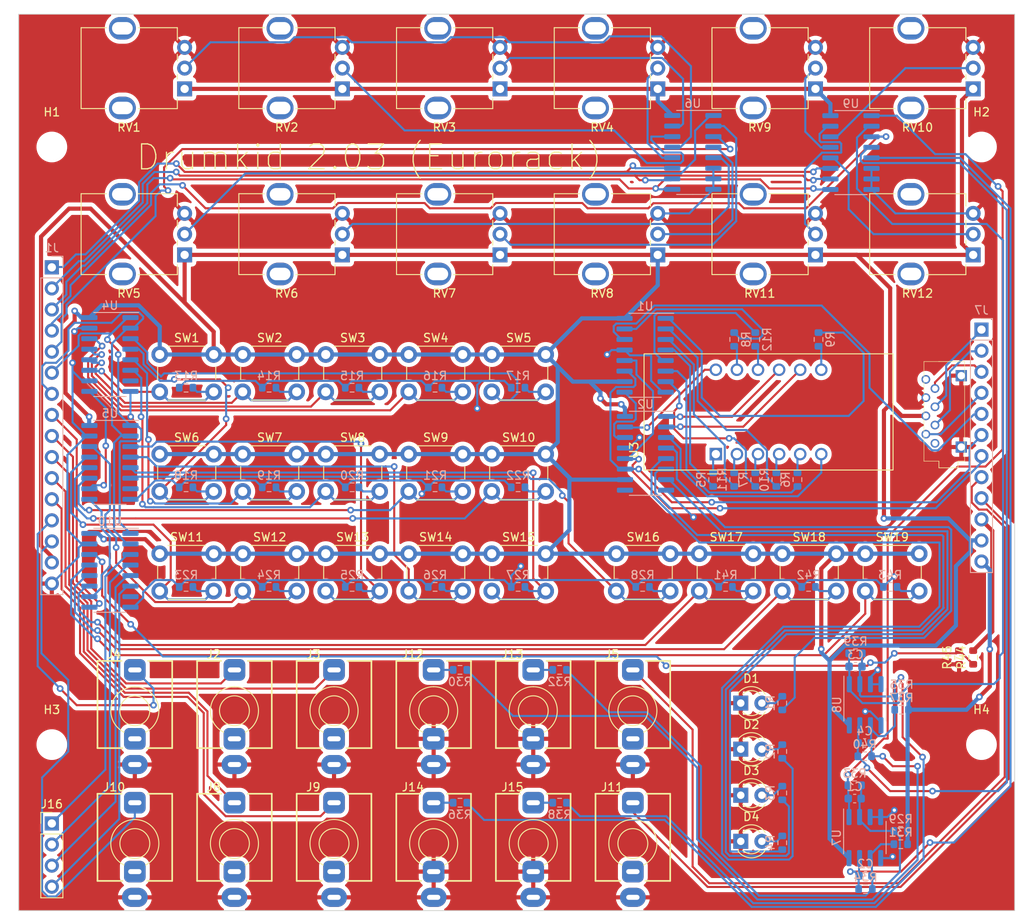
<source format=kicad_pcb>
(kicad_pcb (version 20221018) (generator pcbnew)
  (layers (0 "F.Cu" signal) (31 "B.Cu" signal) (34 "B.Paste" user) (35 "F.Paste" user) (36 "B.SilkS" user "B.Silkscreen") (37 "F.SilkS" user "F.Silkscreen") (38 "B.Mask" user) (39 "F.Mask" user) (44 "Edge.Cuts" user))
  (net 0 "")
  (net 1 "Net-(U7A--)")
  (net 2 "CV_IN_3")
  (net 3 "Net-(U7B--)")
  (net 4 "GND")
  (net 5 "Net-(D1-A)")
  (net 6 "CV_IN_4")
  (net 7 "+12V")
  (net 8 "TRIGGER_OUT_1_EURO")
  (net 9 "TRIGGER_OUT_2_EURO")
  (net 10 "TRIGGER_OUT_3_EURO")
  (net 11 "TRIGGER_OUT_4_EURO")
  (net 12 "SYNC_IN_EURO")
  (net 13 "SYNC_OUT_EURO")
  (net 15 "SD_CLOCK")
  (net 16 "SD_SERIAL_OUT")
  (net 17 "SD_SERIAL_IN")
  (net 18 "SD_CHIP_SELECT")
  (net 19 "595_DATA")
  (net 20 "595_CLOCK")
  (net 21 "595_LATCH")
  (net 24 "EURO_OUT_1")
  (net 25 "165_LOAD")
  (net 26 "165_CLOCK")
  (net 27 "165_DATA")
  (net 29 "4051_ADDRESS_A")
  (net 30 "4051_ADDRESS_B")
  (net 31 "4051_ADDRESS_C")
  (net 33 "4051_READING_0")
  (net 34 "4051_READING_1")
  (net 36 "EURO_OUT_2")
  (net 38 "Net-(J14-PadT)")
  (net 39 "Net-(J15-PadT)")
  (net 40 "Net-(U3-a)")
  (net 41 "Net-(U1-QA)")
  (net 42 "Net-(U2-QB)")
  (net 43 "Net-(U2-QC)")
  (net 44 "Net-(U2-QD)")
  (net 45 "Net-(U2-QE)")
  (net 46 "Net-(U2-QF)")
  (net 47 "Net-(U2-QG)")
  (net 48 "Net-(U2-QH)")
  (net 49 "Net-(U3-b)")
  (net 50 "Net-(U2-QA)")
  (net 51 "Net-(U1-QB)")
  (net 52 "Net-(U3-c)")
  (net 53 "Net-(U1-QC)")
  (net 54 "Net-(U3-d)")
  (net 55 "Net-(U1-QD)")
  (net 56 "Net-(U3-e)")
  (net 57 "-12V")
  (net 58 "Net-(U1-QE)")
  (net 59 "Net-(U3-f)")
  (net 60 "Net-(U1-QF)")
  (net 62 "Net-(U3-g)")
  (net 65 "Net-(U1-QG)")
  (net 66 "Net-(U8A--)")
  (net 67 "CV_IN_1")
  (net 68 "Net-(U8B--)")
  (net 69 "CV_IN_2")
  (net 70 "Net-(U3-DPX)")
  (net 71 "Net-(U1-QH)")
  (net 72 "Net-(U4-D0)")
  (net 73 "Net-(U4-D1)")
  (net 74 "Net-(U4-D2)")
  (net 75 "Net-(U4-D3)")
  (net 76 "Net-(U4-D4)")
  (net 77 "Net-(U4-D5)")
  (net 78 "Net-(U4-D6)")
  (net 79 "Net-(U4-D7)")
  (net 80 "Net-(U6-A0)")
  (net 81 "Net-(U6-A1)")
  (net 82 "Net-(D2-A)")
  (net 83 "Net-(D3-A)")
  (net 84 "Net-(D4-A)")
  (net 85 "Net-(U6-A2)")
  (net 86 "Net-(U6-A3)")
  (net 87 "Net-(U6-A4)")
  (net 88 "Net-(U6-A5)")
  (net 89 "Net-(U6-A6)")
  (net 90 "Net-(U6-A7)")
  (net 91 "+3.3V")
  (net 92 "Net-(U9-A0)")
  (net 93 "Net-(U9-A1)")
  (net 94 "Net-(U9-A2)")
  (net 95 "Net-(U9-A3)")
  (net 96 "Net-(U5-D0)")
  (net 97 "Net-(U1-QH')")
  (net 100 "Net-(J12-PadT)")
  (net 101 "Net-(J13-PadT)")
  (net 102 "Net-(U5-D1)")
  (net 103 "Net-(U5-D2)")
  (net 104 "Net-(U5-D3)")
  (net 105 "Net-(U5-D4)")
  (net 106 "Net-(U5-D5)")
  (net 107 "Net-(U5-D6)")
  (net 108 "Net-(U5-D7)")
  (net 109 "Net-(U10-D0)")
  (net 111 "/Shift register in 1/DATA_OUT")
  (net 112 "Net-(U10-D1)")
  (net 113 "Net-(U10-D2)")
  (net 114 "/Shift register in 2/DATA_OUT")
  (net 116 "Net-(J16-Pin_1)")
  (net 117 "Net-(J16-Pin_2)")
  (net 118 "Net-(J16-Pin_3)")
  (net 119 "Net-(J16-Pin_4)")
  (net 120 "12V DETECTION")
  (footprint "Button_Switch_THT:SW_PUSH_6mm" (layer "F.Cu") (at 127 93)
    (fp_text reference "SW10")
    (fp_text value "SW_Push")
  )
  (footprint "Button_Switch_THT:SW_PUSH_6mm" (layer "F.Cu") (at 107 93)
    (fp_text reference "SW8")
    (fp_text value "SW_Push")
  )
  (footprint "Library:Potentiometer_Alps_RK09K_vertical_biggerholes" (layer "F.Cu") (at 128 49 180)
    (fp_text reference "RV3")
    (fp_text value "10k")
  )
  (footprint "AudioJacks:Jack_3.5mm_QingPu_WQP-PJ398SM_Vertical" (layer "F.Cu") (at 96 123.92)
    (fp_text reference "J2")
    (fp_text value "Trigger_Out_1")
  )
  (footprint "AudioJacks:Jack_3.5mm_QingPu_WQP-PJ398SM_Vertical" (layer "F.Cu") (at 132 123.92)
    (fp_text reference "J13")
    (fp_text value "CV_In_2")
  )
  (footprint "Library:Potentiometer_Alps_RK09K_vertical_biggerholes" (layer "F.Cu") (at 147 69 180)
    (fp_text reference "RV8")
    (fp_text value "10k")
  )
  (footprint "AudioJacks:Jack_3.5mm_QingPu_WQP-PJ398SM_Vertical" (layer "F.Cu") (at 120 123.92)
    (fp_text reference "J12")
    (fp_text value "CV_In_1")
  )
  (footprint "Button_Switch_THT:SW_PUSH_6mm" (layer "F.Cu") (at 172 105)
    (fp_text reference "SW19")
    (fp_text value "SW_Push")
  )
  (footprint "MountingHole:MountingHole_3.2mm_M3" (layer "F.Cu") (at 74 56)
    (fp_text reference "H1")
    (fp_text value "MountingHole")
  )
  (footprint "AudioJacks:Jack_3.5mm_QingPu_WQP-PJ398SM_Vertical" (layer "F.Cu") (at 144 139.92)
    (fp_text reference "J11")
    (fp_text value "Euro_Out_2")
  )
  (footprint "Library:Potentiometer_Alps_RK09K_vertical_biggerholes" (layer "F.Cu") (at 147 49 180)
    (fp_text reference "RV4")
    (fp_text value "10k")
  )
  (footprint "Button_Switch_THT:SW_PUSH_6mm" (layer "F.Cu") (at 107 81)
    (fp_text reference "SW3")
    (fp_text value "SW_Push")
  )
  (footprint "Library:Potentiometer_Alps_RK09K_vertical_biggerholes" (layer "F.Cu") (at 90 49 180)
    (fp_text reference "RV1")
    (fp_text value "10k")
  )
  (footprint "Library:Potentiometer_Alps_RK09K_vertical_biggerholes" (layer "F.Cu") (at 185 49 180)
    (fp_text reference "RV10")
    (fp_text value "10k")
  )
  (footprint "AudioJacks:Jack_3.5mm_QingPu_WQP-PJ398SM_Vertical" (layer "F.Cu") (at 84 123.92)
    (fp_text reference "J4")
    (fp_text value "Sync_In")
  )
  (footprint "Button_Switch_THT:SW_PUSH_6mm" (layer "F.Cu") (at 117 93)
    (fp_text reference "SW9")
    (fp_text value "SW_Push")
  )
  (footprint "AudioJacks:Jack_3.5mm_QingPu_WQP-PJ398SM_Vertical" (layer "F.Cu") (at 120 139.92)
    (fp_text reference "J14")
    (fp_text value "CV_In_3")
  )
  (footprint "AudioJacks:Jack_3.5mm_QingPu_WQP-PJ398SM_Vertical" (layer "F.Cu") (at 132 139.92)
    (fp_text reference "J15")
    (fp_text value "CV_In_4")
  )
  (footprint "Button_Switch_THT:SW_PUSH_6mm" (layer "F.Cu") (at 87 93)
    (fp_text reference "SW6")
    (fp_text value "SW_Push")
  )
  (footprint "Library:Potentiometer_Alps_RK09K_vertical_biggerholes" (layer "F.Cu") (at 128 69 180)
    (fp_text reference "RV7")
    (fp_text value "10k")
  )
  (footprint "Button_Switch_THT:SW_PUSH_6mm" (layer "F.Cu") (at 152 105)
    (fp_text reference "SW17")
    (fp_text value "SW_Push")
  )
  (footprint "Button_Switch_THT:SW_PUSH_6mm" (layer "F.Cu") (at 87 81)
    (fp_text reference "SW1")
    (fp_text value "SW_Push")
  )
  (footprint "Library:SR410361N" (layer "F.Cu") (at 154 93 90)
    (fp_text reference "U3")
    (fp_text value "CA56-12EWA")
  )
  (footprint "misc:YAMAICHI_MICROSD_VERTICAL" (layer "F.Cu") (at 180.4 87.85 90)
    (fp_text reference "J6" hide)
    (fp_text value "Micro_SD_Card" hide)
  )
  (footprint "LED_THT:LED_D3.0mm" (layer "F.Cu") (at 157 134.1)
    (fp_text reference "D3")
    (fp_text value "LED")
  )
  (footprint "Library:Potentiometer_Alps_RK09K_vertical_biggerholes" (layer "F.Cu") (at 166 69 180)
    (fp_text reference "RV11")
    (fp_text value "10k")
  )
  (footprint "Library:Potentiometer_Alps_RK09K_vertical_biggerholes" (layer "F.Cu") (at 166 49 180)
    (fp_text reference "RV9")
    (fp_text value "10k")
  )
  (footprint "AudioJacks:Jack_3.5mm_QingPu_WQP-PJ398SM_Vertical" (layer "F.Cu") (at 96 139.92)
    (fp_text reference "J8")
    (fp_text value "Trigger_Out_3")
  )
  (footprint "Resistor_SMD:R_0603_1608Metric" (layer "F.Cu") (at 183.3 117.5 90)
    (fp_text reference "R45")
    (fp_text value "100k")
  )
  (footprint "Button_Switch_THT:SW_PUSH_6mm" (layer "F.Cu") (at 127 105)
    (fp_text reference "SW15")
    (fp_text value "SW_Push")
  )
  (footprint "Button_Switch_THT:SW_PUSH_6mm" (layer "F.Cu") (at 107 105)
    (fp_text reference "SW13")
    (fp_text value "SW_Push")
  )
  (footprint "Button_Switch_THT:SW_PUSH_6mm" (layer "F.Cu") (at 162 105)
    (fp_text reference "SW18")
    (fp_text value "SW_Push")
  )
  (footprint "MountingHole:MountingHole_3.2mm_M3" (layer "F.Cu") (at 186 56)
    (fp_text reference "H2")
    (fp_text value "MountingHole")
  )
  (footprint "Button_Switch_THT:SW_PUSH_6mm" (layer "F.Cu") (at 87 105)
    (fp_text reference "SW11")
    (fp_text value "SW_Push")
  )
  (footprint "Button_Switch_THT:SW_PUSH_6mm" (layer "F.Cu") (at 97 81)
    (fp_text reference "SW2")
    (fp_text value "SW_Push")
  )
  (footprint "Button_Switch_THT:SW_PUSH_6mm" (layer "F.Cu") (at 97 93)
    (fp_text reference "SW7")
    (fp_text value "SW_Push")
  )
  (footprint "LED_THT:LED_D3.0mm" (layer "F.Cu") (at 157 128.55)
    (fp_text reference "D2")
    (fp_text value "LED")
  )
  (footprint "LED_THT:LED_D3.0mm" (layer "F.Cu") (at 157 123)
    (fp_text reference "D1")
    (fp_text value "LED")
  )
  (footprint "AudioJacks:Jack_3.5mm_QingPu_WQP-PJ398SM_Vertical" (layer "F.Cu") (at 144 123.92)
    (fp_text reference "J5")
    (fp_text value "Euro_Out_1")
  )
  (footprint "Button_Switch_THT:SW_PUSH_6mm" (layer "F.Cu") (at 97 105)
    (fp_text reference "SW12")
    (fp_text value "SW_Push")
  )
  (footprint "MountingHole:MountingHole_3.2mm_M3" (layer "F.Cu") (at 74 128)
    (fp_text reference "H3")
    (fp_text value "MountingHole")
  )
  (footprint "Resistor_SMD:R_0603_1608Metric" (layer "F.Cu") (at 185 117.5 90)
    (fp_text reference "R44")
    (fp_text value "330k")
  )
  (footprint "LED_THT:LED_D3.0mm" (layer "F.Cu") (at 157 139.65)
    (fp_text reference "D4")
    (fp_text value "LED")
  )
  (footprint "Button_Switch_THT:SW_PUSH_6mm" (layer "F.Cu") (at 117 81)
    (fp_text reference "SW4")
    (fp_text value "SW_Push")
  )
  (footprint "Library:Potentiometer_Alps_RK09K_vertical_biggerholes" (layer "F.Cu") (at 185 69 180)
    (fp_text reference "RV12")
    (fp_text value "10k")
  )
  (footprint "MountingHole:MountingHole_3.2mm_M3" (layer "F.Cu") (at 186 128)
    (fp_text reference "H4")
    (fp_text value "MountingHole")
  )
  (footprint "AudioJacks:Jack_3.5mm_QingPu_WQP-PJ398SM_Vertical" (layer "F.Cu") (at 108 139.92)
    (fp_text reference "J9")
    (fp_text value "Trigger_Out_4")
  )
  (footprint "Library:Potentiometer_Alps_RK09K_vertical_biggerholes" (layer "F.Cu") (at 109 69 180)
    (fp_text reference "RV6")
    (fp_text value "10k")
  )
  (footprint "Connector_PinHeader_2.54mm:PinHeader_1x04_P2.54mm_Vertical" (layer "F.Cu") (at 74 137.5)
    (fp_text reference "J16")
    (fp_text value "Conn_01x04_Pin")
  )
  (footprint "AudioJacks:Jack_3.5mm_QingPu_WQP-PJ398SM_Vertical" (layer "F.Cu") (at 108 123.92)
    (fp_text reference "J3")
    (fp_text value "Trigger_Out_2")
  )
  (footprint "Library:Potentiometer_Alps_RK09K_vertical_biggerholes" (layer "F.Cu") (at 90 69 180)
    (fp_text reference "RV5")
    (fp_text value "10k")
  )
  (footprint "Button_Switch_THT:SW_PUSH_6mm" (layer "F.Cu") (at 127 81)
    (fp_text reference "SW5")
    (fp_text value "SW_Push")
  )
  (footprint "Library:Potentiometer_Alps_RK09K_vertical_biggerholes" (layer "F.Cu") (at 109 49 180)
    (fp_text reference "RV2")
    (fp_text value "10k")
  )
  (footprint "Button_Switch_THT:SW_PUSH_6mm" (layer "F.Cu") (at 142 105)
    (fp_text reference "SW16")
    (fp_text value "SW_Push")
  )
  (footprint "AudioJacks:Jack_3.5mm_QingPu_WQP-PJ398SM_Vertical" (layer "F.Cu") (at 84 139.92)
    (fp_text reference "J10")
    (fp_text value "Sync_Out")
  )
  (footprint "Button_Switch_THT:SW_PUSH_6mm" (layer "F.Cu") (at 117 105)
    (fp_text reference "SW14")
    (fp_text value "SW_Push")
  )
  (footprint "Resistor_SMD:R_0603_1608Metric" (layer "B.Cu") (at 90.175 109 180)
    (fp_text reference "R23")
    (fp_text value "10k")
  )
  (footprint "Resistor_SMD:R_0603_1608Metric" (layer "B.Cu") (at 130.175 109 180)
    (fp_text reference "R27")
    (fp_text value "10k")
  )
  (footprint "Resistor_SMD:R_0603_1608Metric" (layer "B.Cu") (at 176.275 138.4 180)
    (fp_text reference "R29")
    (fp_text value "240k")
  )
  (footprint "Resistor_SMD:R_0603_1608Metric" (layer "B.Cu") (at 162 123 -90)
    (fp_text reference "R1")
    (fp_text value "75R")
  )
  (footprint "Resistor_SMD:R_0603_1608Metric" (layer "B.Cu") (at 130.175 97 180)
    (fp_text reference "R22")
    (fp_text value "10k")
  )
  (footprint "Resistor_SMD:R_0603_1608Metric" (layer "B.Cu") (at 130.175 85 180)
    (fp_text reference "R17")
    (fp_text value "10k")
  )
  (footprint "Resistor_SMD:R_0603_1608Metric" (layer "B.Cu") (at 90.175 97 180)
    (fp_text reference "R18")
    (fp_text value "10k")
  )
  (footprint "Resistor_SMD:R_0603_1608Metric" (layer "B.Cu") (at 155.175 109 180)
    (fp_text reference "R41")
    (fp_text value "10k")
  )
  (footprint "Resistor_SMD:R_0603_1608Metric" (layer "B.Cu") (at 156.21 96.075 -90)
    (fp_text reference "R11")
    (fp_text value "75R")
  )
  (footprint "Resistor_SMD:R_0603_1608Metric" (layer "B.Cu") (at 176.375 122.2 180)
    (fp_text reference "R35")
    (fp_text value "240k")
  )
  (footprint "Resistor_SMD:R_0603_1608Metric" (layer "B.Cu") (at 166.37 79.185 90)
    (fp_text reference "R9")
    (fp_text value "75R")
  )
  (footprint "Resistor_SMD:R_0603_1608Metric" (layer "B.Cu") (at 153.67 96.075 -90)
    (fp_text reference "R5")
    (fp_text value "75R")
  )
  (footprint "Resistor_SMD:R_0603_1608Metric" (layer "B.Cu") (at 120.175 109 180)
    (fp_text reference "R26")
    (fp_text value "10k")
  )
  (footprint "Resistor_SMD:R_0603_1608Metric" (layer "B.Cu") (at 165.175 109 180)
    (fp_text reference "R42")
    (fp_text value "10k")
  )
  (footprint "Connector_PinHeader_2.54mm:PinHeader_1x12_P2.54mm_Vertical" (layer "B.Cu") (at 186 78 180)
    (fp_text reference "J7")
    (fp_text value "Right_Header")
  )
  (footprint "Package_SO:SOIC-16_3.9x9.9mm_P1.27mm" (layer "B.Cu") (at 151.225 56.655 180)
    (fp_text reference "U6")
    (fp_text value "74HC4051")
  )
  (footprint "Resistor_SMD:R_0603_1608Metric" (layer "B.Cu") (at 100.175 85 180)
    (fp_text reference "R14")
    (fp_text value "10k")
  )
  (footprint "Resistor_SMD:R_0603_1608Metric" (layer "B.Cu") (at 156.21 79.185 90)
    (fp_text reference "R8")
    (fp_text value "75R")
  )
  (footprint "Package_SO:SOIC-16_3.9x9.9mm_P1.27mm" (layer "B.Cu") (at 145.475 81.095 180)
    (fp_text reference "U1")
    (fp_text value "74HC595")
  )
  (footprint "Resistor_SMD:R_0603_1608Metric" (layer "B.Cu") (at 123.175 119)
    (fp_text reference "R30")
    (fp_text value "100k")
  )
  (footprint "Resistor_SMD:R_0603_1608Metric" (layer "B.Cu") (at 110.175 85 180)
    (fp_text reference "R15")
    (fp_text value "10k")
  )
  (footprint "Resistor_SMD:R_0603_1608Metric" (layer "B.Cu") (at 123.175 135)
    (fp_text reference "R36")
    (fp_text value "100k")
  )
  (footprint "Resistor_SMD:R_0603_1608Metric" (layer "B.Cu") (at 120.175 97 180)
    (fp_text reference "R21")
    (fp_text value "10k")
  )
  (footprint "Resistor_SMD:R_0603_1608Metric" (layer "B.Cu") (at 110.175 97 180)
    (fp_text reference "R20")
    (fp_text value "10k")
  )
  (footprint "Resistor_SMD:R_0603_1608Metric" (layer "B.Cu") (at 161.29 96.075 -90)
    (fp_text reference "R10")
    (fp_text value "75R")
  )
  (footprint "Resistor_SMD:R_0603_1608Metric" (layer "B.Cu") (at 90.175 85 180)
    (fp_text reference "R13")
    (fp_text value "10k")
  )
  (footprint "Resistor_SMD:R_0603_1608Metric" (layer "B.Cu") (at 162 139.825 -90)
    (fp_text reference "R4")
    (fp_text value "75R")
  )
  (footprint "Resistor_SMD:R_0603_1608Metric" (layer "B.Cu") (at 158.75 96.075 -90)
    (fp_text reference "R7")
    (fp_text value "75R")
  )
  (footprint "Capacitor_SMD:C_0603_1608Metric" (layer "B.Cu") (at 171.925 127.8 180)
    (fp_text reference "C4")
    (fp_text value "1n")
  )
  (footprint "Resistor_SMD:R_0603_1608Metric" (layer "B.Cu") (at 120.175 85 180)
    (fp_text reference "R16")
    (fp_text value "10k")
  )
  (footprint "Resistor_SMD:R_0603_1608Metric" (layer "B.Cu") (at 163.83 96.075 -90)
    (fp_text reference "R6")
    (fp_text value "75R")
  )
  (footprint "Package_SO:SOIC-16_3.9x9.9mm_P1.27mm" (layer "B.Cu") (at 145.525 92.905 180)
    (fp_text reference "U2")
    (fp_text value "74HC595")
  )
  (footprint "Package_SO:SOIC-16_3.9x9.9mm_P1.27mm" (layer "B.Cu") (at 170.275 56.675 180)
    (fp_text reference "U9")
    (fp_text value "74HC4051")
  )
  (footprint "Capacitor_SMD:C_0603_1608Metric" (layer "B.Cu") (at 172.025 143.8 180)
    (fp_text reference "C2")
    (fp_text value "1n")
  )
  (footprint "Resistor_SMD:R_0603_1608Metric" (layer "B.Cu") (at 162 128.825 -90)
    (fp_text reference "R2")
    (fp_text value "75R")
  )
  (footprint "Resistor_SMD:R_0603_1608Metric" (layer "B.Cu") (at 158.75 79.185 90)
    (fp_text reference "R12")
    (fp_text value "75R")
  )
  (footprint "Package_SO:SOIC-16_3.9x9.9mm_P1.27mm" (layer "B.Cu") (at 81 94 180)
    (fp_text reference "U5")
    (fp_text value "74HC165")
  )
  (footprint "Connector_PinHeader_2.54mm:PinHeader_1x16_P2.54mm_Vertical" (layer "B.Cu") (at 74 70.5 180)
    (fp_text reference "J1")
    (fp_text value "Left_Header")
  )
  (footprint "Capacitor_SMD:C_0603_1608Metric" (layer "B.Cu") (at 170.725 134.5 180)
    (fp_text reference "C1")
    (fp_text value "1n")
  )
  (footprint "Resistor_SMD:R_0603_1608Metric" (layer "B.Cu") (at 145.175 109 180)
    (fp_text reference "R28")
    (fp_text value "10k")
  )
  (footprint "Resistor_SMD:R_0603_1608Metric" (layer "B.Cu") (at 172.025 145.4 180)
    (fp_text reference "R34")
    (fp_text value "33k")
  )
  (footprint "Resistor_SMD:R_0603_1608Metric" (layer "B.Cu") (at 170.725 132.9 180)
    (fp_text reference "R33")
    (fp_text value "33k")
  )
  (footprint "Package_SO:SOIC-16_3.9x9.9mm_P1.27mm" (layer "B.Cu") (at 81 107 180)
    (fp_text reference "U10")
    (fp_text value "74HC165")
  )
  (footprint "Package_SO:SOIC-8_3.9x4.9mm_P1.27mm" (layer "B.Cu") (at 171.95 139.2 -90)
    (fp_text reference "U7")
    (fp_text value "MCP6002-xSN")
  )
  (footprint "Capacitor_SMD:C_0603_1608Metric" (layer "B.Cu") (at 170.825 118.6 180)
    (fp_text reference "C3")
    (fp_text value "1n")
  )
  (footprint "Resistor_SMD:R_0603_1608Metric" (layer "B.Cu") (at 110.175 109 180)
    (fp_text reference "R25")
    (fp_text value "10k")
  )
  (footprint "Package_SO:SOIC-8_3.9x4.9mm_P1.27mm" (layer "B.Cu") (at 171.985 123.2 -90)
    (fp_text reference "U8")
    (fp_text value "MCP6002-xSN")
  )
  (footprint "Resistor_SMD:R_0603_1608Metric" (layer "B.Cu") (at 176.275 140 180)
    (fp_text reference "R31")
    (fp_text value "240k")
  )
  (footprint "Resistor_SMD:R_0603_1608Metric" (layer "B.Cu") (at 170.825 117 180)
    (fp_text reference "R39")
    (fp_text value "33k")
  )
  (footprint "Resistor_SMD:R_0603_1608Metric" (layer "B.Cu") (at 135.175 119)
    (fp_text reference "R32")
    (fp_text value "100k")
  )
  (footprint "Resistor_SMD:R_0603_1608Metric" (layer "B.Cu") (at 175 109 180)
    (fp_text reference "R43")
    (fp_text value "10k")
  )
  (footprint "Resistor_SMD:R_0603_1608Metric" (layer "B.Cu") (at 162 133.825 -90)
    (fp_text reference "R3")
    (fp_text value "75R")
  )
  (footprint "Resistor_SMD:R_0603_1608Metric" (layer "B.Cu") (at 176.375 123.8 180)
    (fp_text reference "R37")
    (fp_text value "240k")
  )
  (footprint "Resistor_SMD:R_0603_1608Metric" (layer "B.Cu") (at 135.175 135)
    (fp_text reference "R38")
    (fp_text value "100k")
  )
  (footprint "Resistor_SMD:R_0603_1608Metric" (layer "B.Cu") (at 171.925 129.4 180)
    (fp_text reference "R40")
    (fp_text value "33k")
  )
  (footprint "Resistor_SMD:R_0603_1608Metric" (layer "B.Cu") (at 100.175 97 180)
    (fp_text reference "R19")
    (fp_text value "10k")
  )
  (footprint "Resistor_SMD:R_0603_1608Metric" (layer "B.Cu") (at 100.175 109 180)
    (fp_text reference "R24")
    (fp_text value "10k")
  )
  (footprint "Package_SO:SOIC-16_3.9x9.9mm_P1.27mm" (layer "B.Cu") (at 81 81 180)
    (fp_text reference "U4")
    (fp_text value "74HC165")
  )
  (gr_rect (start 70 40) (end 190 148) (stroke (width 0.1)) (fill none) (layer "Edge.Cuts"))
  (gr_text "Drumkid 2.03 (Eurorack)" (at 84 59) (layer "F.SilkS") (effects (font (size 3 3)) (justify left bottom)))
  (segment (start 129.55 124.55) (end 145.513604 124.55) (width 0.25) (layer "B.Cu") (net 1))
  (segment (start 172.85 146.65) (end 176.175 143.325) (width 0.25) (layer "B.Cu") (net 1))
  (segment (start 176.175 139.125) (end 175.45 138.4) (width 0.25) (layer "B.Cu") (net 1))
  (segment (start 171.5 134.5) (end 171.5 132.95) (width 0.25) (layer "B.Cu") (net 1))
  (segment (start 124 119) (end 129.55 124.55) (width 0.25) (layer "B.Cu") (net 1))
  (segment (start 145.513604 124.55) (end 151.75 130.786396) (width 0.25) (layer "B.Cu") (net 1))
  (segment (start 176.175 143.325) (end 176.175 139.125) (width 0.25) (layer "B.Cu") (net 1))
  (segment (start 175.45 138.4) (end 172.613249 138.4) (width 0.25) (layer "B.Cu") (net 1))
  (segment (start 171.315 134.685) (end 171.5 134.5) (width 0.25) (layer "B.Cu") (net 1))
  (segment (start 151.75 130.786396) (end 151.75 139.395584) (width 0.25) (layer "B.Cu") (net 1))
  (segment (start 151.75 139.395584) (end 159.004416 146.65) (width 0.25) (layer "B.Cu") (net 1))
  (segment (start 171.5 132.95) (end 171.55 132.9) (width 0.25) (layer "B.Cu") (net 1))
  (segment (start 159.004416 146.65) (end 172.85 146.65) (width 0.25) (layer "B.Cu") (net 1))
  (segment (start 171.315 137.101751) (end 171.315 136.725) (width 0.25) (layer "B.Cu") (net 1))
  (segment (start 172.613249 138.4) (end 171.315 137.101751) (width 0.25) (layer "B.Cu") (net 1))
  (segment (start 171.315 136.725) (end 171.315 134.685) (width 0.25) (layer "B.Cu") (net 1))
  (segment (start 188.6 116.9) (end 188.6 67.25) (width 0.25) (layer "B.Cu") (net 2))
  (segment (start 170.05 118.6) (end 170.05 117.05) (width 0.25) (layer "B.Cu") (net 2))
  (segment (start 170.08 120.725) (end 170.08 118.63) (width 0.25) (layer "B.Cu") (net 2))
  (segment (start 171 54.873249) (end 171 61.016751) (width 0.25) (layer "B.Cu") (net 2))
  (segment (start 176.3 121.882538) (end 177.482538 120.7) (width 0.25) (layer "B.Cu") (net 2))
  (segment (start 176.3 122.667462) (end 176.3 121.882538) (width 0.25) (layer "B.Cu") (net 2))
  (segment (start 170.08 121.416396) (end 171.663604 123) (width 0.25) (layer "B.Cu") (net 2))
  (segment (start 170.08 118.63) (end 170.05 118.6) (width 0.25) (layer "B.Cu") (net 2))
  (segment (start 172.373249 53.5) (end 171 54.873249) (width 0.25) (layer "B.Cu") (net 2))
  (segment (start 171.663604 123) (end 175.967462 123) (width 0.25) (layer "B.Cu") (net 2))
  (segment (start 187.5 120.7) (end 188.2 120) (width 0.25) (layer "B.Cu") (net 2))
  (segment (start 175.258249 65.275) (end 186.625 65.275) (width 0.25) (layer "B.Cu") (net 2))
  (segment (start 188.2 117.3) (end 188.6 116.9) (width 0.25) (layer "B.Cu") (net 2))
  (segment (start 172.75 53.5) (end 172.373249 53.5) (width 0.25) (layer "B.Cu") (net 2))
  (segment (start 170.05 117.05) (end 170 117) (width 0.25) (layer "B.Cu") (net 2))
  (segment (start 175.967462 123) (end 176.3 122.667462) (width 0.25) (layer "B.Cu") (net 2))
  (segment (start 186.625 65.275) (end 188.6 67.25) (width 0.25) (layer "B.Cu") (net 2))
  (segment (start 171 61.016751) (end 175.258249 65.275) (width 0.25) (layer "B.Cu") (net 2))
  (segment (start 188.2 120) (end 188.2 117.3) (width 0.25) (layer "B.Cu") (net 2))
  (segment (start 170.08 120.725) (end 170.08 121.416396) (width 0.25) (layer "B.Cu") (net 2))
  (segment (start 177.482538 120.7) (end 187.5 120.7) (width 0.25) (layer "B.Cu") (net 2))
  (segment (start 172.585 141.298249) (end 173.883249 140) (width 0.25) (layer "B.Cu") (net 3))
  (segment (start 145.7 124.1) (end 152.2 130.6) (width 0.25) (layer "B.Cu") (net 3))
  (segment (start 141.1 124.1) (end 145.7 124.1) (width 0.25) (layer "B.Cu") (net 3))
  (segment (start 136 119) (end 141.1 124.1) (width 0.25) (layer "B.Cu") (net 3))
  (segment (start 172.8 143.8) (end 172.8 141.89) (width 0.25) (layer "B.Cu") (net 3))
  (segment (start 172.85 145.4) (end 172.85 143.85) (width 0.25) (layer "B.Cu") (net 3))
  (segment (start 152.2 139.209188) (end 159.190812 146.2) (width 0.25) (layer "B.Cu") (net 3))
  (segment (start 152.2 130.6) (end 152.2 139.209188) (width 0.25) (layer "B.Cu") (net 3))
  (segment (start 172.585 141.675) (end 172.585 141.298249) (width 0.25) (layer "B.Cu") (net 3))
  (segment (start 173.883249 140) (end 175.45 140) (width 0.25) (layer "B.Cu") (net 3))
  (segment (start 172.05 146.2) (end 172.85 145.4) (width 0.25) (layer "B.Cu") (net 3))
  (segment (start 172.85 143.85) (end 172.8 143.8) (width 0.25) (layer "B.Cu") (net 3))
  (segment (start 159.190812 146.2) (end 172.05 146.2) (width 0.25) (layer "B.Cu") (net 3))
  (segment (start 172.8 141.89) (end 172.585 141.675) (width 0.25) (layer "B.Cu") (net 3))
  (segment (start 76.5 82.522792) (end 76.5 81.25) (width 0.25) (layer "F.Cu") (net 4))
  (segment (start 76.5 82) (end 76.5 81.25) (width 0.25) (layer "F.Cu") (net 4))
  (segment (start 76.5 81.25) (end 76.5 78.44865) (width 0.25) (layer "F.Cu") (net 4))
  (segment (start 82.477208 88.5) (end 76.5 82.522792) (width 0.25) (layer "F.Cu") (net 4))
  (segment (start 76.5 78.44865) (end 76.724325 78.224325) (width 0.25) (layer "F.Cu") (net 4))
  (segment (start 83.5 88.5) (end 82.477208 88.5) (width 0.25) (layer "F.Cu") (net 4))
  (segment (start 175.54 107.71) (end 175.5 107.75) (width 0.25) (layer "F.Cu") (net 4))
  (via (at 125.25 87.5) (size 0.8) (drill 0.4) (layers "F.Cu" "B.Cu") (net 4))
  (via (at 173.5 119) (size 0.8) (drill 0.4) (layers "F.Cu" "B.Cu") (net 4))
  (via (at 130.5 106.5) (size 0.8) (drill 0.4) (layers "F.Cu" "B.Cu") (net 4))
  (via (at 175.3 141.5) (size 0.8) (drill 0.4) (layers "F.Cu" "B.Cu") (net 4))
  (via (at 140.9 81) (size 0.8) (drill 0.4) (layers "F.Cu" "B.Cu") (net 4))
  (via (at 172 124) (size 0.8) (drill 0.4) (layers "F.Cu" "B.Cu") (net 4))
  (via (at 175.5 135.9) (size 0.8) (drill 0.4) (layers "F.Cu" "B.Cu") (net 4))
  (via (at 175.5 107.75) (size 0.8) (drill 0.4) (layers "F.Cu" "B.Cu") (net 4))
  (via (at 83.5 88.5) (size 0.8) (drill 0.4) (layers "F.Cu" "B.Cu") (net 4))
  (via (at 76.724325 78.224325) (size 0.8) (drill 0.4) (layers "F.Cu" "B.Cu") (net 4))
  (via (at 118.575596 97.7755) (size 0.8) (drill 0.4) (layers "F.Cu" "B.Cu") (net 4))
  (via (at 151.3 100.6) (size 0.8) (drill 0.4) (layers "F.Cu" "B.Cu") (net 4))
  (via (at 144.8 91) (size 0.8) (drill 0.4) (layers "F.Cu" "B.Cu") (net 4))
  (via (at 76.5 82) (size 0.8) (drill 0.4) (layers "F.Cu" "B.Cu") (net 4))
  (segment (start 118.525 84.175) (end 119.35 85) (width 0.25) (layer "B.Cu") (net 4))
  (segment (start 78.525 84.175) (end 77.675 84.175) (width 0.25) (layer "B.Cu") (net 4))
  (segment (start 89.35 97) (end 90.175 96.175) (width 0.25) (layer "B.Cu") (net 4))
  (segment (start 119.35 97) (end 119.35 97.001096) (width 0.25) (layer "B.Cu") (net 4))
  (segment (start 148 97.35) (end 148.05 97.35) (width 0.25) (layer "B.Cu") (net 4))
  (segment (start 173.855 141.675) (end 175.125 141.675) (width 0.25) (layer "B.Cu") (net 4))
  (segment (start 120.175 84.175) (end 125.75 84.175) (width 0.25) (layer "B.Cu") (net 4))
  (segment (start 154.35 109) (end 153.525 108.175) (width 0.25) (layer "B.Cu") (net 4))
  (segment (start 130.175 108.175) (end 143.525 108.175) (width 0.25) (layer "B.Cu") (net 4))
  (segment (start 76.5 89.176751) (end 76.5 83) (width 0.25) (layer "B.Cu") (net 4))
  (segment (start 109.35 109) (end 109.35 108.567462) (width 0.25) (layer "B.Cu") (net 4))
  (segment (start 143.64 81.1) (end 143 80.46) (width 0.25) (layer "B.Cu") (net 4))
  (segment (start 172.591751 124) (end 172 124) (width 0.25) (layer "B.Cu") (net 4))
  (segment (start 172.75 58.58) (end 172.75 61.12) (width 0.25) (layer "B.Cu") (net 4))
  (segment (start 75.875 93.098249) (end 75.875 102.125) (width 0.25) (layer "B.Cu") (net 4))
  (segment (start 78.525 90.825) (end 78.148249 90.825) (width 0.25) (layer "B.Cu") (net 4))
  (segment (start 147 64) (end 150.8 64) (width 0.25) (layer "B.Cu") (net 4))
  (segment (start 146.2 81.1) (end 143.64 81.1) (width 0.25) (layer "B.Cu") (net 4))
  (segment (start 84.181167 98.445) (end 86.451167 96.175) (width 0.25) (layer "B.Cu") (net 4))
  (segment (start 143.05 92.27) (end 143.53 92.27) (width 0.25) (layer "B.Cu") (net 4))
  (segment (start 83.475 88.475) (end 83.5 88.5) (width 0.25) (layer "B.Cu") (net 4))
  (segment (start 89.35 85) (end 90.175 84.175) (width 0.25) (layer "B.Cu") (net 4))
  (segment (start 77.225 104.275) (end 77.675 103.825) (width 0.25) (layer "B.Cu") (net 4))
  (segment (start 128.525 96.175) (end 120.175 96.175) (width 0.25) (layer "B.Cu") (net 4))
  (segment (start 77.675 84.175) (end 76.5 83) (width 0.25) (layer "B.Cu") (net 4))
  (segment (start 83.475 85.445) (end 83.475 88.475) (width 0.25) (layer "B.Cu") (net 4))
  (segment (start 86.451167 96.175) (end 88.525 96.175) (width 0.25) (layer "B.Cu") (net 4))
  (segment (start 175.5 107.75) (end 175.425 107.75) (width 0.25) (layer "B.Cu") (net 4))
  (segment (start 163.525 108.175) (end 155.175 108.175) (width 0.25) (layer "B.Cu") (net 4))
  (segment (start 118.525 108.175) (end 110.175 108.175) (width 0.25) (layer "B.Cu") (net 4))
  (segment (start 129.35 109) (end 130.175 108.175) (width 0.25) (layer "B.Cu") (net 4))
  (segment (start 88.525 108.175) (end 86.451167 108.175) (width 0.25) (layer "B.Cu") (net 4))
  (segment (start 143 80.46) (end 141.44 80.46) (width 0.25) (layer "B.Cu") (net 4))
  (segment (start 89.35 109) (end 88.525 108.175) (width 0.25) (layer "B.Cu") (net 4))
  (segment (start 118.525 96.175) (end 110.175 96.175) (width 0.25) (layer "B.Cu") (net 4))
  (segment (start 77.575 103.825) (end 78.525 103.825) (width 0.25) (layer "B.Cu") (net 4))
  (segment (start 90.175 96.175) (end 98.525 96.175) (width 0.25) (layer "B.Cu") (net 4))
  (segment (start 99.35 97) (end 100.175 96.175) (width 0.25) (layer "B.Cu") (net 4))
  (segment (start 99.35 85) (end 100.175 84.175) (width 0.25) (layer "B.Cu") (net 4))
  (segment (start 76.724325 78.224325) (end 77.12365 77.825) (width 0.25) (layer "B.Cu") (net 4))
  (segment (start 83.851751 111.445) (end 83.475 111.445) (width 0.25) (layer "B.Cu") (net 4))
  (segment (start 108.525 84.175) (end 109.35 85) (width 0.25) (layer "B.Cu") (net 4))
  (segment (start 74 108.6) (end 77.225 105.375) (width 0.25) (layer "B.Cu") (net 4))
  (segment (start 172.62 120.725) (end 172.62 119.88) (width 0.25) (layer "B.Cu") (net 4))
  (segment (start 172.585 136.725) (end 173.855 136.725) (width 0.25) (layer "B.Cu") (net 4))
  (segment (start 172.62 119.88) (end 173.5 119) (width 0.25) (layer "B.Cu") (net 4))
  (segment (start 143.53 92.27) (end 144.8 91) (width 0.25) (layer "B.Cu") (net 4))
  (segment (start 128.525 108.175) (end 120.175 108.175) (width 0.25) (layer "B.Cu") (net 4))
  (segment (start 129.35 109) (end 129.35 107.65) (width 0.25) (layer "B.Cu") (net 4))
  (segment (start 173.35 108.175) (end 165.175 108.175) (width 0.25) (layer "B.Cu") (net 4))
  (segment (start 108.525 96.175) (end 109.35 97) (width 0.25) (layer "B.Cu") (net 4))
  (segment (start 173.89 125.675) (end 173.89 125.298249) (width 0.25) (layer "B.Cu") (net 4))
  (segment (start 78.148249 90.825) (end 75.875 93.098249) (width 0.25) (layer "B.Cu") (net 4))
  (segment (start 76.5 83) (end 76.5 82) (width 0.25) (layer "B.Cu") (net 4))
  (segment (start 119.35 97) (end 118.525 96.175) (width 0.25) (layer "B.Cu") (net 4))
  (segment (start 173.855 136.725) (end 174.675 136.725) (width 0.25) (layer "B.Cu") (net 4))
  (segment (start 175.425 107.75) (end 174.175 109) (width 0.25) (layer "B.Cu") (net 4))
  (segment (start 148.05 97.35) (end 151.3 100.6) (width 0.25) (layer "B.Cu") (net 4))
  (segment (start 100.175 96.175) (end 108.525 96.175) (width 0.25) (layer "B.Cu") (net 4))
  (segment (start 98.525 84.175) (end 99.35 85) (width 0.25) (layer "B.Cu") (net 4))
  (segment (start 99.35 109) (end 98.525 108.175) (width 0.25) (layer "B.Cu") (net 4))
  (segment (start 173.89 125.298249) (end 172.591751 124) (width 0.25) (layer "B.Cu") (net 4))
  (segment (start 108.957538 108.175) (end 100.175 108.175) (width 0.25) (layer "B.Cu") (net 4))
  (segment (start 164.35 109) (end 163.525 108.175) (width 0.25) (layer "B.Cu") (net 4))
  (segment (start 98.525 96.175) (end 99.35 97) (width 0.25) (layer "B.Cu") (net 4))
  (segment (start 125.75 84.175) (end 128.525 84.175) (width 0.25) (layer "B.Cu") (net 4))
  (segment (start 109.35 108.567462) (end 108.957538 108.175) (width 0.25) (layer "B.Cu") (net 4))
  (segment (start 100.175 84.175) (end 108.525 84.175) (width 0.25) (layer "B.Cu") (net 4))
  (segment (start 88.525 96.175) (end 89.35 97) (width 0.25) (layer "B.Cu") (net 4))
  (segment (start 143.525 108.175) (end 144.35 109) (width 0.25) (layer "B.Cu") (net 4))
  (segment (start 174.175 109) (end 173.35 108.175) (width 0.25) (layer "B.Cu") (net 4))
  (segment (start 110.175 84.175) (end 118.525 84.175) (width 0.25) (layer "B.Cu") (net 4))
  (segment (start 119.35 85) (end 120.175 84.175) (width 0.25) (layer "B.Cu") (net 4))
  (segment (start 129.35 97) (end 128.525 96.175) (width 0.25) (layer "B.Cu") (net 4))
  (segment (start 175.125 141.675) (end 175.3 141.5) (width 0.25) (layer "B.Cu") (net 4))
  (segment (start 175.63 64) (end 185 64) (width 0.25) (layer "B.Cu") (net 4))
  (segment (start 77.225 105.375) (end 77.225 104.275) (width 0.25) (layer "B.Cu") (net 4))
  (segment (start 120.175 96.175) (end 119.35 97) (width 0.25) (layer "B.Cu") (net 4))
  (segment (start 155.175 108.175) (end 154.35 109) (width 0.25) (layer "B.Cu") (net 4))
  (segment (start 85 109.626167) (end 85 110.296751) (width 0.25) (layer "B.Cu") (net 4))
  (segment (start 125.75 84.175) (end 125.25 84.675) (width 0.25) (layer "B.Cu") (net 4))
  (segment (start 77.675 103.825) (end 78.525 103.825) (width 0.25) (layer "B.Cu") (net 4))
  (segment (start 125.25 84.675) (end 125.25 87.5) (width 0.25) (layer "B.Cu") (net 4))
  (segment (start 129.35 109) (end 128.525 108.175) (width 0.25) (layer "B.Cu") (net 4))
  (segment (start 100.175 108.175) (end 99.35 109) (width 0.25) (layer "B.Cu") (net 4))
  (segment (start 110.175 96.175) (end 109.35 97) (width 0.25) (layer "B.Cu") (net 4))
  (segment (start 150.8 64) (end 153.7 61.1) (width 0.25) (layer "B.Cu") (net 4))
  (segment (start 129.35 107.65) (end 130.5 106.5) (width 0.25) (layer "B.Cu") (net 4))
  (segment (start 172.62 120.725) (end 173.89 120.725) (width 0.25) (layer "B.Cu") (net 4))
  (segment (start 128.525 84.175) (end 129.35 85) (width 0.25) (layer "B.Cu") (net 4))
  (segment (start 85 110.296751) (end 83.851751 111.445) (width 0.25) (layer "B.Cu") (net 4))
  (segment (start 109.35 85) (end 110.175 84.175) (width 0.25) (layer "B.Cu") (net 4))
  (segment (start 110.175 108.175) (end 109.35 109) (width 0.25) (layer "B.Cu") (net 4))
  (segment (start 77.12365 77.825) (end 78.525 77.825) (width 0.25) (layer "B.Cu") (net 4))
  (segment (start 146.2 84.166751) (end 146.2 81.1) (width 0.25) (layer "B.Cu") (net 4))
  (segment (start 153.7 58.56) (end 153.7 61.1) (width 0.25) (layer "B.Cu") (net 4))
  (segment (start 165.175 108.175) (end 164.35 109) (width 0.25) (layer "B.Cu") (net 4))
  (segment (start 153.525 108.175) (end 145.175 108.175) (width 0.25) (layer "B.Cu") (net 4))
  (segment (start 98.525 108.175) (end 90.175 108.175) (width 0.25) (layer "B.Cu") (net 4))
  (segment (start 145.175 108.175) (end 144.35 109) (width 0.25) (layer "B.Cu") (net 4))
  (segment (start 147.573249 85.54) (end 146.2 84.166751) (width 0.25) (layer "B.Cu") (net 4))
  (segment (start 120.175 108.175) (end 119.35 109) (width 0.25) (layer "B.Cu") (net 4))
  (segment (start 78.148249 90.825) (end 76.5 89.176751) (width 0.25) (layer "B.Cu") (net 4))
  (segment (start 83.475 98.445) (end 84.181167 98.445) (width 0.25) (layer "B.Cu") (net 4))
  (segment (start 86.451167 108.175) (end 85 109.626167) (width 0.25) (layer "B.Cu") (net 4))
  (segment (start 147.95 85.54) (end 147.573249 85.54) (width 0.25) (layer "B.Cu") (net 4))
  (segment (start 90.175 84.175) (end 98.525 84.175) (width 0.25) (layer "B.Cu") (net 4))
  (segment (start 75.875 102.125) (end 77.575 103.825) (width 0.25) (layer "B.Cu") (net 4))
  (segment (start 172.75 61.12) (end 175.63 64) (width 0.25) (layer "B.Cu") (net 4))
  (segment (start 141.44 80.46) (end 140.9 81) (width 0.25) (layer "B.Cu") (net 4))
  (segment (start 174.675 136.725) (end 175.5 135.9) (width 0.25) (layer "B.Cu") (net 4))
  (segment (start 119.35 109) (end 118.525 108.175) (width 0.25) (layer "B.Cu") (net 4))
  (segment (start 119.35 97.001096) (end 118.575596 97.7755) (width 0.25) (layer "B.Cu") (net 4))
  (segment (start 90.175 108.175) (end 89.35 109) (width 0.25) (layer "B.Cu") (net 4))
  (segment (start 159.54 123) (end 161.175 123) (width 0.25) (layer "B.Cu") (net 5))
  (segment (start 161.175 123) (end 162 122.175) (width 0.25) (layer "B.Cu") (net 5))
  (segment (start 175 133.6) (end 172.2 130.8) (width 0.25) (layer "F.Cu") (net 6))
  (segment (start 180.1 133.6) (end 175 133.6) (width 0.25) (layer "F.Cu") (net 6))
  (via (at 172.2 130.8) (size 0.8) (drill 0.4) (layers "F.Cu" "B.Cu") (net 6))
  (via (at 180.1 133.6) (size 0.8) (drill 0.4) (layers "F.Cu" "B.Cu") (net 6))
  (segment (start 171.45 57.656751) (end 171.728249 57.935) (width 0.25) (layer "B.Cu") (net 6))
  (segment (start 189.05 132.55) (end 188 133.6) (width 0.25) (layer "B.Cu") (net 6))
  (segment (start 171.15 127.8) (end 171.15 125.875) (width 0.25) (layer "B.Cu") (net 6))
  (segment (start 172.373249 56.04) (end 171.45 56.963249) (width 0.25) (layer "B.Cu") (net 6))
  (segment (start 172.75 56.04) (end 172.373249 56.04) (width 0.25) (layer "B.Cu") (net 6))
  (segment (start 171.1 127.85) (end 171.15 127.8) (width 0.25) (layer "B.Cu") (net 6))
  (segment (start 171.45 56.963249) (end 171.45 57.656751) (width 0.25) (layer "B.Cu") (net 6))
  (segment (start 171.15 125.875) (end 171.35 125.675) (width 0.25) (layer "B.Cu") (net 6))
  (segment (start 183.398604 57.935) (end 189.05 63.586396) (width 0.25) (layer "B.Cu") (net 6))
  (segment (start 171.1 129.4) (end 171.1 127.85) (width 0.25) (layer "B.Cu") (net 6))
  (segment (start 172.2 130.5) (end 171.1 129.4) (width 0.25) (layer "B.Cu") (net 6))
  (segment (start 188 133.6) (end 180.1 133.6) (width 0.25) (layer "B.Cu") (net 6))
  (segment (start 171.728249 57.935) (end 183.398604 57.935) (width 0.25) (layer "B.Cu") (net 6))
  (segment (start 172.2 130.8) (end 172.2 130.5) (width 0.25) (layer "B.Cu") (net 6))
  (segment (start 189.05 63.586396) (end 189.05 132.55) (width 0.25) (layer "B.Cu") (net 6))
  (segment (start 187.3 102.24) (end 187.3 114.375) (width 0.5) (layer "F.Cu") (net 7))
  (segment (start 187.3 114.375) (end 185 116.675) (width 0.5) (layer "F.Cu") (net 7))
  (segment (start 186 100.94) (end 187.3 102.24) (width 0.5) (layer "F.Cu") (net 7))
  (segment (start 78.75 110.75) (end 78.75 116.428858) (width 0.25) (layer "F.Cu") (net 8))
  (segment (start 76.55 93.33) (end 76.55 108.55) (width 0.25) (layer "F.Cu") (net 8))
  (segment (start 74 90.78) (end 76.55 93.33) (width 0.25) (layer "F.Cu") (net 8))
  (segment (start 76.55 108.55) (end 78.75 110.75) (width 0.25) (layer "F.Cu") (net 8))
  (segment (start 78.75 116.428858) (end 82.946142 120.625) (width 0.25) (layer "F.Cu") (net 8))
  (segment (start 94.375 120.625) (end 96 119) (width 0.25) (layer "F.Cu") (net 8))
  (segment (start 82.946142 120.625) (end 94.375 120.625) (width 0.25) (layer "F.Cu") (net 8))
  (segment (start 108 119) (end 105.75 121.25) (width 0.25) (layer "F.Cu") (net 9))
  (segment (start 76.1 95.42) (end 74 93.32) (width 0.25) (layer "F.Cu") (net 9))
  (segment (start 78.3 116.615254) (end 78.3 110.936396) (width 0.25) (layer "F.Cu") (net 9))
  (segment (start 76.1 108.736396) (end 76.1 95.42) (width 0.25) (layer "F.Cu") (net 9))
  (segment (start 105.75 121.25) (end 82.934746 121.25) (width 0.25) (layer "F.Cu") (net 9))
  (segment (start 78.3 110.936396) (end 76.1 108.736396) (width 0.25) (layer "F.Cu") (net 9))
  (segment (start 82.934746 121.25) (end 78.3 116.615254) (width 0.25) (layer "F.Cu") (net 9))
  (segment (start 75.65 97.51) (end 75.65 108.922792) (width 0.25) (layer "F.Cu") (net 10))
  (segment (start 77.85 111.122792) (end 77.85 116.80165) (width 0.25) (layer "F.Cu") (net 10))
  (segment (start 82.79835 121.75) (end 90.5 121.75) (width 0.25) (layer "F.Cu") (net 10))
  (segment (start 74 95.86) (end 75.65 97.51) (width 0.25) (layer "F.Cu") (net 10))
  (segment (start 77.85 116.80165) (end 82.79835 121.75) (width 0.25) (layer "F.Cu") (net 10))
  (segment (start 75.65 108.922792) (end 77.85 111.122792) (width 0.25) (layer "F.Cu") (net 10))
  (segment (start 92.75 124) (end 92.75 131.75) (width 0.25) (layer "F.Cu") (net 10))
  (segment (start 92.75 131.75) (end 96 135) (width 0.25) (layer "F.Cu") (net 10))
  (segment (start 90.5 121.75) (end 92.75 124) (width 0.25) (layer "F.Cu") (net 10))
  (segment (start 94.946142 136.625) (end 92.3 133.978858) (width 0.25) (layer "F.Cu") (net 11))
  (segment (start 75.175 109.275) (end 75.175 99.575) (width 0.25) (layer "F.Cu") (net 11))
  (segment (start 92.3 133.978858) (end 92.3 124.186396) (width 0.25) (layer "F.Cu") (net 11))
  (segment (start 75.175 99.575) (end 74 98.4) (width 0.25) (layer "F.Cu") (net 11))
  (segment (start 108 135) (end 106.375 136.625) (width 0.25) (layer "F.Cu") (net 11))
  (segment (start 82.661954 122.25) (end 77.4 116.988046) (width 0.25) (layer "F.Cu") (net 11))
  (segment (start 90.363604 122.25) (end 82.661954 122.25) (width 0.25) (layer "F.Cu") (net 11))
  (segment (start 77.4 116.988046) (end 77.4 111.5) (width 0.25) (layer "F.Cu") (net 11))
  (segment (start 77.4 111.5) (end 75.175 109.275) (width 0.25) (layer "F.Cu") (net 11))
  (segment (start 92.3 124.186396) (end 90.363604 122.25) (width 0.25) (layer "F.Cu") (net 11))
  (segment (start 106.375 136.625) (end 94.946142 136.625) (width 0.25) (layer "F.Cu") (net 11))
  (segment (start 75 121.25) (end 77 123.25) (width 0.25) (layer "F.Cu") (net 12))
  (segment (start 77 123.25) (end 86.25 123.25) (width 0.25) (layer "F.Cu") (net 12))
  (via (at 86.25 123.25) (size 0.8) (drill 0.4) (layers "F.Cu" "B.Cu") (net 12))
  (via (at 75 121.25) (size 0.8) (drill 0.4) (layers "F.Cu" "B.Cu") (net 12))
  (segment (start 72.3 118.55) (end 75 121.25) (width 0.25) (layer "B.Cu") (net 12))
  (segment (start 86.25 121.25) (end 84 119) (width 0.25) (layer "B.Cu") (net 12))
  (segment (start 74 100.94) (end 72.3 102.64) (width 0.25) (layer "B.Cu") (net 12))
  (segment (start 72.3 102.64) (end 72.3 118.55) (width 0.25) (layer "B.Cu") (net 12))
  (segment (start 86.25 123.25) (end 86.25 121.25) (width 0.25) (layer "B.Cu") (net 12))
  (segment (start 84 136.781701) (end 74.486701 146.295) (width 0.25) (layer "B.Cu") (net 13))
  (segment (start 75.975 128.818072) (end 75.975 120.225) (width 0.25) (layer "B.Cu") (net 13))
  (segment (start 84 135) (end 84 136.781701) (width 0.25) (layer "B.Cu") (net 13))
  (segment (start 72.75 104.73) (end 74 103.48) (width 0.25) (layer "B.Cu") (net 13))
  (segment (start 74.486701 146.295) (end 73.513299 146.295) (width 0.25) (layer "B.Cu") (net 13))
  (segment (start 72.75 117) (end 72.75 104.73) (width 0.25) (layer "B.Cu") (net 13))
  (segment (start 72.825 131.968072) (end 75.975 128.818072) (width 0.25) (layer "B.Cu") (net 13))
  (segment (start 73.513299 146.295) (end 72.825 145.606701) (width 0.25) (layer "B.Cu") (net 13))
  (segment (start 75.975 120.225) (end 72.75 117) (width 0.25) (layer "B.Cu") (net 13))
  (segment (start 72.825 145.606701) (end 72.825 131.968072) (width 0.25) (layer "B.Cu") (net 13))
  (segment (start 186 78.08) (end 181.75 82.33) (width 0.25) (layer "B.Cu") (net 15))
  (segment (start 181.75 82.33) (end 181.75 85.95) (width 0.25) (layer "B.Cu") (net 15))
  (segment (start 181.75 85.95) (end 180.4 87.3) (width 0.25) (layer "B.Cu") (net 15))
  (segment (start 180.4 85.1) (end 180.4 84.357538) (width 0.25) (layer "F.Cu") (net 16))
  (segment (start 185.15 82.31) (end 186 83.16) (width 0.25) (layer "F.Cu") (net 16))
  (segment (start 182.447538 82.31) (end 185.15 82.31) (width 0.25) (layer "F.Cu") (net 16))
  (segment (start 180.4 84.357538) (end 182.447538 82.31) (width 0.25) (layer "F.Cu") (net 16))
  (segment (start 186 80.62) (end 184.63 80.62) (width 0.25) (layer "B.Cu") (net 17))
  (segment (start 182.2 87.7) (end 180.4 89.5) (width 0.25) (layer "B.Cu") (net 17))
  (segment (start 184.63 80.62) (end 182.2 83.05) (width 0.25) (layer "B.Cu") (net 17))
  (segment (start 182.2 83.05) (end 182.2 87.7) (width 0.25) (layer "B.Cu") (net 17))
  (segment (start 181.1 90.6) (end 186 85.7) (width 0.25) (layer "B.Cu") (net 18))
  (segment (start 179.3 90.6) (end 181.1 90.6) (width 0.25) (layer "B.Cu") (net 18))
  (segment (start 172.513604 80.877208) (end 172.513604 82.25) (width 0.25) (layer "B.Cu") (net 19))
  (segment (start 144.405457 77.275) (end 146.580457 75.1) (width 0.25) (layer "B.Cu") (net 19))
  (segment (start 180.047918 92.55) (end 172.513604 85.015686) (width 0.25) (layer "B.Cu") (net 19))
  (segment (start 185.062082 88.24) (end 180.752082 92.55) (width 0.25) (layer "B.Cu") (net 19))
  (segment (start 141.7 78.266751) (end 141.7 77.573249) (width 0.25) (layer "B.Cu") (net 19))
  (segment (start 146.580457 75.1) (end 166.736396 75.1) (width 0.25) (layer "B.Cu") (net 19))
  (segment (start 143 79.19) (end 142.623249 79.19) (width 0.25) (layer "B.Cu") (net 19))
  (segment (start 142.623249 79.19) (end 141.7 78.266751) (width 0.25) (layer "B.Cu") (net 19))
  (segment (start 141.998249 77.275) (end 144.405457 77.275) (width 0.25) (layer "B.Cu") (net 19))
  (segment (start 180.752082 92.55) (end 180.047918 92.55) (width 0.25) (layer "B.Cu") (net 19))
  (segment (start 172.513604 85.015686) (end 172.513604 82.25) (width 0.25) (layer "B.Cu") (net 19))
  (segment (start 186 88.24) (end 185.062082 88.24) (width 0.25) (layer "B.Cu") (net 19))
  (segment (start 166.736396 75.1) (end 172.513604 80.877208) (width 0.25) (layer "B.Cu") (net 19))
  (segment (start 141.7 77.573249) (end 141.998249 77.275) (width 0.25) (layer "B.Cu") (net 19))
  (segment (start 148.6995 98.7995) (end 144.7 94.8) (width 0.25) (layer "F.Cu") (net 20))
  (segment (start 153.5 98.7995) (end 148.6995 98.7995) (width 0.25) (layer "F.Cu") (net 20))
  (via (at 144.7 94.8) (size 0.8) (drill 0.4) (layers "F.Cu" "B.Cu") (net 20))
  (via (at 153.5 98.7995) (size 0.8) (drill 0.4) (layers "F.Cu" "B.Cu") (net 20))
  (segment (start 142.41 94.81) (end 143.05 94.81) (width 0.25) (layer "B.Cu") (net 20))
  (segment (start 144.3 83.923249) (end 144.3 84.7) (width 0.25) (layer "B.Cu") (net 20))
  (segment (start 184.57 94.809) (end 184.57 92.21) (width 0.25) (layer "B.Cu") (net 20))
  (segment (start 143 83) (end 143.376751 83) (width 0.25) (layer "B.Cu") (net 20))
  (segment (start 144.085 84.915) (end 141.978249 84.915) (width 0.25) (layer "B.Cu") (net 20))
  (segment (start 143.06 94.8) (end 143.05 94.81) (width 0.25) (layer "B.Cu") (net 20))
  (segment (start 141.3 85.593249) (end 141.3 93.7) (width 0.25) (layer "B.Cu") (net 20))
  (segment (start 141.978249 84.915) (end 141.3 85.593249) (width 0.25) (layer "B.Cu") (net 20))
  (segment (start 143.376751 83) (end 144.3 83.923249) (width 0.25) (layer "B.Cu") (net 20))
  (segment (start 141.3 93.7) (end 142.41 94.81) (width 0.25) (layer "B.Cu") (net 20))
  (segment (start 144.3 84.7) (end 144.085 84.915) (width 0.25) (layer "B.Cu") (net 20))
  (segment (start 144.7 94.8) (end 143.06 94.8) (width 0.25) (layer "B.Cu") (net 20))
  (segment (start 180.5795 98.7995) (end 184.57 94.809) (width 0.25) (layer "B.Cu") (net 20))
  (segment (start 184.57 92.21) (end 186 90.78) (width 0.25) (layer "B.Cu") (net 20))
  (segment (start 180.5795 98.7995) (end 153.5 98.7995) (width 0.25) (layer "B.Cu") (net 20))
  (segment (start 148.398695 99.524) (end 143.975 95.100305) (width 0.25) (layer "F.Cu") (net 21))
  (segment (start 143.975 94.325) (end 144.7 93.6) (width 0.25) (layer "F.Cu") (net 21))
  (segment (start 154.5 99.524) (end 148.398695 99.524) (width 0.25) (layer "F.Cu") (net 21))
  (segment (start 143.975 95.100305) (end 143.975 94.325) (width 0.25) (layer "F.Cu") (net 21))
  (via (at 154.5 99.524) (size 0.8) (drill 0.4) (layers "F.Cu" "B.Cu") (net 21))
  (via (at 144.7 93.6) (size 0.8) (drill 0.4) (layers "F.Cu" "B.Cu") (net 21))
  (segment (start 146.425 85.411853) (end 144.43 83.416853) (width 0.25) (layer "B.Cu") (net 21))
  (segment (start 146.425 90.541751) (end 146.425 85.411853) (width 0.25) (layer "B.Cu") (net 21))
  (segment (start 180.491396 99.524) (end 154.5 99.524) (width 0.25) (layer "B.Cu") (net 21))
  (segment (start 186 94.015396) (end 180.491396 99.524) (width 0.25) (layer "B.Cu") (net 21))
  (segment (start 186 93.32) (end 186 94.015396) (width 0.25) (layer "B.Cu") (net 21))
  (segment (start 143.426751 93.54) (end 146.425 90.541751) (width 0.25) (layer "B.Cu") (net 21))
  (segment (start 144.7 93.6) (end 143.11 93.6) (width 0.25) (layer "B.Cu") (net 21))
  (segment (start 144.43 81.73) (end 143 81.73) (width 0.25) (layer "B.Cu") (net 21))
  (segment (start 144.43 83.416853) (end 144.43 81.73) (width 0.25) (layer "B.Cu") (net 21))
  (segment (start 143.11 93.6) (end 143.05 93.54) (width 0.25) (layer "B.Cu") (net 21))
  (segment (start 143.05 93.54) (end 143.426751 93.54) (width 0.25) (layer "B.Cu") (net 21))
  (segment (start 151.2 142.7) (end 153.2 144.7) (width 0.25) (layer "F.Cu") (net 24))
  (segment (start 184.825 98.825) (end 184.825 96.955) (width 0.25) (layer "F.Cu") (net 24))
  (segment (start 184.825 96.955) (end 186 95.78) (width 0.25) (layer "F.Cu") (net 24))
  (segment (start 188.8 131.9) (end 188.8 101.836396) (width 0.25) (layer "F.Cu") (net 24))
  (segment (start 153.2 144.7) (end 176 144.7) (width 0.25) (layer "F.Cu") (net 24))
  (segment (start 176 144.7) (end 188.8 131.9) (width 0.25) (layer "F.Cu") (net 24))
  (segment (start 188.8 101.836396) (end 186.648604 99.685) (width 0.25) (layer "F.Cu") (net 24))
  (segment (start 186.648604 99.685) (end 185.685 99.685) (width 0.25) (layer "F.Cu") (net 24))
  (segment (start 185.685 99.685) (end 184.825 98.825) (width 0.25) (layer "F.Cu") (net 24))
  (segment (start 151.2 126.2) (end 151.2 142.7) (width 0.25) (layer "F.Cu") (net 24))
  (segment (start 144 119) (end 151.2 126.2) (width 0.25) (layer "F.Cu") (net 24))
  (segment (start 80.69702 79.205153) (end 82 80.508133) (width 0.25) (layer "F.Cu") (net 25))
  (segment (start 82 80.508133) (end 82 81) (width 0.25) (layer "F.Cu") (net 25))
  (via (at 80.69702 79.205153) (size 0.8) (drill 0.4) (layers "F.Cu" "B.Cu") (net 25))
  (via (at 82 81) (size 0.8) (drill 0.4) (layers "F.Cu" "B.Cu") (net 25))
  (segment (start 83.098249 76.555) (end 83.475 76.555) (width 0.25) (layer "B.Cu") (net 25))
  (segment (start 77.225 79.935) (end 77.225 78.748249) (width 0.25) (layer "B.Cu") (net 25))
  (segment (start 77.225 78.748249) (end 77.503249 78.47) (width 0.25) (layer "B.Cu") (net 25))
  (segment (start 84.775 90.025) (end 84.305 89.555) (width 0.25) (layer "B.Cu") (net 25))
  (segment (start 80.69702 78.956229) (end 80.69702 79.205153) (width 0.25) (layer "B.Cu") (net 25))
  (segment (start 83.098248 76.555) (end 83.475 76.555) (width 0.25) (layer "B.Cu") (net 25))
  (segment (start 84.496751 91.45) (end 84.775 91.171751) (width 0.25) (layer "B.Cu") (net 25))
  (segment (start 82 81) (end 82 88.08) (width 0.25) (layer "B.Cu") (net 25))
  (segment (start 82.300001 91.45) (end 84.496751 91.45) (width 0.25) (layer "B.Cu") (net 25))
  (segment (start 74 83.16) (end 77.225 79.935) (width 0.25) (layer "B.Cu") (net 25))
  (segment (start 82.175 101.255) (end 82.175 91.575001) (width 0.25) (layer "B.Cu") (net 25))
  (segment (start 82.175 91.575001) (end 82.300001 91.45) (width 0.25) (layer "B.Cu") (net 25))
  (segment (start 82 88.08) (end 83.475 89.555) (width 0.25) (layer "B.Cu") (net 25))
  (segment (start 84.775 91.171751) (end 84.775 90.025) (width 0.25) (layer "B.Cu") (net 25))
  (segment (start 81.183249 78.47) (end 83.098248 76.555) (width 0.25) (layer "B.Cu") (net 25))
  (segment (start 77.503249 78.47) (end 81.183249 78.47) (width 0.25) (layer "B.Cu") (net 25))
  (segment (start 83.475 102.555) (end 82.175 101.255) (width 0.25) (layer "B.Cu") (net 25))
  (segment (start 83.098249 76.555) (end 80.69702 78.956229) (width 0.25) (layer "B.Cu") (net 25))
  (segment (start 72.825 82.425) (end 72.825 84.525) (width 0.25) (layer "B.Cu") (net 26))
  (segment (start 83.475 103.825) (end 83.075 103.825) (width 0.25) (layer "B.Cu") (net 26))
  (segment (start 81.25 89.5) (end 82.575 90.825) (width 0.25) (layer "B.Cu") (net 26))
  (segment (start 84.496751 75.93) (end 82.453249 75.93) (width 0.25) (layer "B.Cu") (net 26))
  (segment (start 82.453249 75.93) (end 81.203249 77.18) (width 0.25) (layer "B.Cu") (net 26))
  (segment (start 83.098249 77.825) (end 81.25 79.673249) (width 0.25) (layer "B.Cu") (net 26))
  (segment (start 83.475 77.825) (end 83.851751 77.825) (width 0.25) (layer "B.Cu") (net 26))
  (segment (start 75.999325 80.524279) (end 74.523604 82) (width 0.25) (layer "B.Cu") (net 26))
  (segment (start 81.203249 77.18) (end 76.743345 77.18) (width 0.25) (layer "B.Cu") (net 26))
  (segment (start 76.743345 77.18) (end 75.999325 77.92402) (width 0.25) (layer "B.Cu") (net 26))
  (segment (start 82.2 102.901903) (end 81.5 102.201903) (width 0.25) (layer "B.Cu") (net 26))
  (segment (start 81.5 91.613605) (end 82.288605 90.825) (width 0.25) (layer "B.Cu") (net 26))
  (segment (start 73.25 82) (end 72.825 82.425) (width 0.25) (layer "B.Cu") (net 26))
  (segment (start 81.25 79.673249) (end 81.25 88.75) (width 0.25) (layer "B.Cu") (net 26))
  (segment (start 83.475 77.825) (end 83.098249 77.825) (width 0.25) (layer "B.Cu") (net 26))
  (segment (start 85 76.676751) (end 85 76.433249) (width 0.25) (layer "B.Cu") (net 26))
  (segment (start 82.288605 90.825) (end 83.475 90.825) (width 0.25) (layer "B.Cu") (net 26))
  (segment (start 74.523604 82) (end 73.25 82) (width 0.25) (layer "B.Cu") (net 26))
  (segment (start 83.075 103.825) (end 82.2 102.95) (width 0.25) (layer "B.Cu") (net 26))
  (segment (start 72.825 84.525) (end 74 85.7) (width 0.25) (layer "B.Cu") (net 26))
  (segment (start 75.999325 77.92402) (end 75.999325 80.524279) (width 0.25) (layer "B.Cu") (net 26))
  (segment (start 82.575 90.825) (end 83.475 90.825) (width 0.25) (layer "B.Cu") (net 26))
  (segment (start 85 76.433249) (end 84.496751 75.93) (width 0.25) (layer "B.Cu") (net 26))
  (segment (start 83.851751 77.825) (end 85 76.676751) (width 0.25) (layer "B.Cu") (net 26))
  (segment (start 82.2 102.95) (end 82.2 102.901903) (width 0.25) (layer "B.Cu") (net 26))
  (segment (start 81.5 102.201903) (end 81.5 91.613605) (width 0.25) (layer "B.Cu") (net 26))
  (segment (start 81.25 88.75) (end 81.25 89.5) (width 0.25) (layer "B.Cu") (net 26))
  (segment (start 77 108.2745) (end 77 91.24) (width 0.25) (layer "F.Cu") (net 27))
  (segment (start 79.7255 111) (end 77 108.2745) (width 0.25) (layer "F.Cu") (net 27))
  (segment (start 77 91.24) (end 74 88.24) (width 0.25) (layer "F.Cu") (net 27))
  (via (at 79.7255 111) (size 0.8) (drill 0.4) (layers "F.Cu" "B.Cu") (net 27))
  (segment (start 78.525 111.445) (end 79.2805 111.445) (width 0.25) (layer "B.Cu") (net 27))
  (segment (start 79.2805 111.445) (end 79.7255 111) (width 0.25) (layer "B.Cu") (net 27))
  (segment (start 90 59) (end 89 58) (width 0.25) (layer "F.Cu") (net 29))
  (segment (start 144 58.25) (end 143.25 59) (width 0.25) (layer "F.Cu") (net 29))
  (segment (start 143.25 59) (end 143 59) (width 0.25) (layer "F.Cu") (net 29))
  (segment (start 165.75 59) (end 143 59) (width 0.25) (layer "F.Cu") (net 29))
  (segment (start 143 59) (end 90 59) (width 0.25) (layer "F.Cu") (net 29))
  (via (at 165.75 59) (size 0.8) (drill 0.4) (layers "F.Cu" "B.Cu") (net 29))
  (via (at 144 58.25) (size 0.8) (drill 0.4) (layers "F.Cu" "B.Cu") (net 29))
  (via (at 89 58) (size 0.8) (drill 0.4) (layers "F.Cu" "B.Cu") (net 29))
  (segment (start 84.5 62.5) (end 84.5 60.25) (width 0.25) (layer "B.Cu") (net 29))
  (segment (start 78.063604 68.936396) (end 84.5 62.5) (width 0.25) (layer "B.Cu") (net 29))
  (segment (start 167.8 58.58) (end 166.17 58.58) (width 0.25) (layer "B.Cu") (net 29))
  (segment (start 76.906554 68.936396) (end 78.063604 68.936396) (width 0.25) (layer "B.Cu") (net 29))
  (segment (start 166.17 58.58) (end 165.75 59) (width 0.25) (layer "B.Cu") (net 29))
  (segment (start 144.31 58.56) (end 144 58.25) (width 0.25) (layer "B.Cu") (net 29))
  (segment (start 75.38295 70.46) (end 76.906554 68.936396) (width 0.25) (layer "B.Cu") (net 29))
  (segment (start 86.75 58) (end 89 58) (width 0.25) (layer "B.Cu") (net 29))
  (segment (start 84.5 60.25) (end 86.75 58) (width 0.25) (layer "B.Cu") (net 29))
  (segment (start 74 70.46) (end 75.38295 70.46) (width 0.25) (layer "B.Cu") (net 29))
  (segment (start 148.75 58.56) (end 144.31 58.56) (width 0.25) (layer "B.Cu") (net 29))
  (segment (start 164.5 59.45) (end 144.25 59.45) (width 0.25) (layer "F.Cu") (net 30))
  (segment (start 89.425402 59.45) (end 88.987701 59.012299) (width 0.25) (layer "F.Cu") (net 30))
  (segment (start 145.5 60) (end 144.8 60) (width 0.25) (layer "F.Cu") (net 30))
  (segment (start 165.75 60) (end 165.05 60) (width 0.25) (layer "F.Cu") (net 30))
  (segment (start 165.05 60) (end 164.5 59.45) (width 0.25) (layer "F.Cu") (net 30))
  (segment (start 144.8 60) (end 144.25 59.45) (width 0.25) (layer "F.Cu") (net 30))
  (segment (start 144.25 59.45) (end 89.425402 59.45) (width 0.25) (layer "F.Cu") (net 30))
  (via (at 145.5 60) (size 0.8) (drill 0.4) (layers "F.Cu" "B.Cu") (net 30))
  (via (at 165.75 60) (size 0.8) (drill 0.4) (layers "F.Cu" "B.Cu") (net 30))
  (via (at 88.987701 59.012299) (size 0.8) (drill 0.4) (layers "F.Cu" "B.Cu") (net 30))
  (segment (start 165.9 59.85) (end 165.75 60) (width 0.25) (layer "B.Cu") (net 30))
  (segment (start 148.58 60) (end 145.5 60) (width 0.25) (layer "B.Cu") (net 30))
  (segment (start 86.374097 59.012299) (end 88.987701 59.012299) (width 0.25) (layer "B.Cu") (net 30))
  (segment (start 84.95 60.436396) (end 86.374097 59.012299) (width 0.25) (layer "B.Cu") (net 30))
  (segment (start 77.886396 69.75) (end 84.95 62.686396) (width 0.25) (layer "B.Cu") (net 30))
  (segment (start 74 73) (end 77.25 69.75) (width 0.25) (layer "B.Cu") (net 30))
  (segment (start 148.75 59.83) (end 148.58 60) (width 0.25) (layer "B.Cu") (net 30))
  (segment (start 84.95 62.686396) (end 84.95 60.436396) (width 0.25) (layer "B.Cu") (net 30))
  (segment (start 77.25 69.75) (end 77.886396 69.75) (width 0.25) (layer "B.Cu") (net 30))
  (segment (start 167.8 59.85) (end 165.9 59.85) (width 0.25) (layer "B.Cu") (net 30))
  (segment (start 88.4 59.9) (end 88.25 59.75) (width 0.25) (layer "F.Cu") (net 31))
  (segment (start 143.5 61) (end 142.4 59.9) (width 0.25) (layer "F.Cu") (net 31))
  (segment (start 160.44295 61) (end 159.34295 59.9) (width 0.25) (layer "F.Cu") (net 31))
  (segment (start 165.75 61) (end 160.44295 61) (width 0.25) (layer "F.Cu") (net 31))
  (segment (start 146.75 61) (end 143.5 61) (width 0.25) (layer "F.Cu") (net 31))
  (segment (start 142.4 59.9) (end 88.4 59.9) (width 0.25) (layer "F.Cu") (net 31))
  (segment (start 159.34295 59.9) (end 147.85 59.9) (width 0.25) (layer "F.Cu") (net 31))
  (segment (start 147.85 59.9) (end 146.75 61) (width 0.25) (layer "F.Cu") (net 31))
  (via (at 88.25 59.75) (size 0.8) (drill 0.4) (layers "F.Cu" "B.Cu") (net 31))
  (via (at 146.75 61) (size 0.8) (drill 0.4) (layers "F.Cu" "B.Cu") (net 31))
  (via (at 165.75 61) (size 0.8) (drill 0.4) (layers "F.Cu" "B.Cu") (net 31))
  (segment (start 77.96599 70.306802) (end 85.5 62.772792) (width 0.25) (layer "B.Cu") (net 31))
  (segment (start 165.87 61.12) (end 165.75 61) (width 0.25) (layer "B.Cu") (net 31))
  (segment (start 77.693198 70.306802) (end 77.96599 70.306802) (width 0.25) (layer "B.Cu") (net 31))
  (segment (start 85.5 62.772792) (end 85.5 60.522792) (width 0.25) (layer "B.Cu") (net 31))
  (segment (start 74 75.54) (end 75.75 73.79) (width 0.25) (layer "B.Cu") (net 31))
  (segment (start 148.75 61.1) (end 146.85 61.1) (width 0.25) (layer "B.Cu") (net 31))
  (segment (start 146.85 61.1) (end 146.75 61) (width 0.25) (layer "B.Cu") (net 31))
  (segment (start 75.75 73.79) (end 75.75 72.25) (width 0.25) (layer "B.Cu") (net 31))
  (segment (start 75.75 72.25) (end 77.693198 70.306802) (width 0.25) (layer "B.Cu") (net 31))
  (segment (start 167.8 61.12) (end 165.87 61.12) (width 0.25) (layer "B.Cu") (net 31))
  (segment (start 85.5 60.522792) (end 86.272792 59.75) (width 0.25) (layer "B.Cu") (net 31))
  (segment (start 86.272792 59.75) (end 88.25 59.75) (width 0.25) (layer "B.Cu") (net 31))
  (segment (start 89.724695 56.25) (end 87.525 58.449695) (width 0.25) (layer "F.Cu") (net 33))
  (segment (start 87.525 60.775) (end 88 61.25) (width 0.25) (layer "F.Cu") (net 33))
  (segment (start 87.525 58.449695) (end 87.525 60.775) (width 0.25) (layer "F.Cu") (net 33))
  (segment (start 155.7255 56.25) (end 89.724695 56.25) (width 0.25) (layer "F.Cu") (net 33))
  (via (at 155.7255 56.25) (size 0.8) (drill 0.4) (layers "F.Cu" "B.Cu") (net 33))
  (via (at 88 61.25) (size 0.8) (drill 0.4) (layers "F.Cu" "B.Cu") (net 33))
  (segment (start 153.7 54.75) (end 154.2255 54.75) (width 0.25) (layer "B.Cu") (net 33))
  (segment (start 75.781396 76.105) (end 75.781396 75.031396) (width 0.25) (layer "B.Cu") (net 33))
  (segment (start 75.175 79.445) (end 75.175 76.711396) (width 0.25) (layer "B.Cu") (net 33))
  (segment (start 74 80.62) (end 75.175 79.445) (width 0.25) (layer "B.Cu") (net 33))
  (segment (start 154.2255 54.75) (end 155.7255 56.25) (width 0.25) (layer "B.Cu") (net 33))
  (segment (start 86.5 64.312792) (end 86.5 61.909188) (width 0.25) (layer "B.Cu") (net 33))
  (segment (start 75.175 76.711396) (end 75.781396 76.105) (width 0.25) (layer "B.Cu") (net 33))
  (segment (start 86.5 61.909188) (end 87.159188 61.25) (width 0.25) (layer "B.Cu") (net 33))
  (segment (start 87.159188 61.25) (end 88 61.25) (width 0.25) (layer "B.Cu") (net 33))
  (segment (start 75.781396 75.031396) (end 86.5 64.312792) (width 0.25) (layer "B.Cu") (net 33))
  (segment (start 137.90705 62.75) (end 138.54205 63.385) (width 0.25) (layer "F.Cu") (net 34))
  (segment (start 126.865 63.385) (end 127.5 62.75) (width 0.25) (layer "F.Cu") (net 34))
  (segment (start 127.5 62.75) (end 137.90705 62.75) (width 0.25) (layer "F.Cu") (net 34))
  (segment (start 119.54205 63.385) (end 126.865 63.385) (width 0.25) (layer "F.Cu") (net 34))
  (segment (start 138.54205 63.385) (end 145.865 63.385) (width 0.25) (layer "F.Cu") (net 34))
  (segment (start 107.865 63.385) (end 108.5 62.75) (width 0.25) (layer "F.Cu") (net 34))
  (segment (start 164.882588 63.385) (end 173.517588 54.75) (width 0.25) (layer "F.Cu") (net 34))
  (segment (start 92.5105 63.385) (end 107.865 63.385) (width 0.25) (layer "F.Cu") (net 34))
  (segment (start 89.75 60.6245) (end 92.5105 63.385) (width 0.25) (layer "F.Cu") (net 34))
  (segment (start 146.475 62.775) (end 156.775 62.775) (width 0.25) (layer "F.Cu") (net 34))
  (segment (start 157.385 63.385) (end 164.882588 63.385) (width 0.25) (layer "F.Cu") (net 34))
  (segment (start 118.90705 62.75) (end 119.54205 63.385) (width 0.25) (layer "F.Cu") (net 34))
  (segment (start 156.775 62.775) (end 157.385 63.385) (width 0.25) (layer "F.Cu") (net 34))
  (segment (start 173.517588 54.75) (end 174.5 54.75) (width 0.25) (layer "F.Cu") (net 34))
  (segment (start 108.5 62.75) (end 118.90705 62.75) (width 0.25) (layer "F.Cu") (net 34))
  (segment (start 145.865 63.385) (end 146.475 62.775) (width 0.25) (layer "F.Cu") (net 34))
  (via (at 174.5 54.75) (size 0.8) (drill 0.4) (layers "F.Cu" "B.Cu") (net 34))
  (via (at 89.75 60.6245) (size 0.8) (drill 0.4) (layers "F.Cu" "B.Cu") (net 34))
  (segment (start 76.25 73.926396) (end 76.25 72.659188) (width 0.25) (layer "B.Cu") (net 34))
  (segment (start 85.95 62.959188) (end 85.95 61.55) (width 0.25) (layer "B.Cu") (net 34))
  (segment (start 89.6255 60.5) (end 89.75 60.6245) (width 0.25) (layer "B.Cu") (net 34))
  (segment (start 75.25 74.926396) (end 76.25 73.926396) (width 0.25) (layer "B.Cu") (net 34))
  (segment (start 76.25 72.659188) (end 85.95 62.959188) (width 0.25) (layer "B.Cu") (net 34))
  (segment (start 174.5 54.75) (end 172.77 54.75) (width 0.25) (layer "B.Cu") (net 34))
  (segment (start 75.25 76) (end 75.25 74.926396) (width 0.25) (layer "B.Cu") (net 34))
  (segment (start 74 77.25) (end 75.25 76) (width 0.25) (layer "B.Cu") (net 34))
  (segment (start 85.95 61.55) (end 87 60.5) (width 0.25) (layer "B.Cu") (net 34))
  (segment (start 172.77 54.75) (end 172.75 54.77) (width 0.25) (layer "B.Cu") (net 34))
  (segment (start 87 60.5) (end 89.6255 60.5) (width 0.25) (layer "B.Cu") (net 34))
  (segment (start 74 78.08) (end 74 77.25) (width 0.25) (layer "B.Cu") (net 34))
  (segment (start 189.25 101.65) (end 186 98.4) (width 0.25) (layer "F.Cu") (net 36))
  (segment (start 189.25 132.15) (end 189.25 101.65) (width 0.25) (layer "F.Cu") (net 36))
  (segment (start 153.013604 145.15) (end 176.25 145.15) (width 0.25) (layer "F.Cu") (net 36))
  (segment (start 144 135) (end 144 136.136396) (width 0.25) (layer "F.Cu") (net 36))
  (segment (start 176.25 145.15) (end 189.25 132.15) (width 0.25) (layer "F.Cu") (net 36))
  (segment (start 144 136.136396) (end 153.013604 145.15) (width 0.25) (layer "F.Cu") (net 36))
  (segment (start 122.35 135) (end 120 135) (width 0.25) (layer "B.Cu") (net 38))
  (segment (start 132 135) (end 134.35 135) (width 0.25) (layer "B.Cu") (net 39))
  (segment (start 156.54 80.34) (end 156.54 82.84) (width 0.25) (layer "B.Cu") (net 40))
  (segment (start 156.21 80.01) (end 156.54 80.34) (width 0.25) (layer "B.Cu") (net 40))
  (segment (start 159.6 78.727462) (end 159.6 77.992538) (width 0.25) (layer "B.Cu") (net 41))
  (segment (start 144.396853 77.92) (end 143 77.92) (width 0.25) (layer "B.Cu") (net 41))
  (segment (start 156.21 78.36) (end 156.935 79.085) (width 0.25) (layer "B.Cu") (net 41))
  (segment (start 159.6 77.992538) (end 157.157462 75.55) (width 0.25) (layer "B.Cu") (net 41))
  (segment (start 146.766853 75.55) (end 144.396853 77.92) (width 0.25) (layer "B.Cu") (net 41))
  (segment (start 156.935 79.085) (end 159.242462 79.085) (width 0.25) (layer "B.Cu") (net 41))
  (segment (start 159.242462 79.085) (end 159.6 78.727462) (width 0.25) (layer "B.Cu") (net 41))
  (segment (start 157.157462 75.55) (end 146.766853 75.55) (width 0.25) (layer "B.Cu") (net 41))
  (segment (start 161.62 82.84) (end 155.96 88.5) (width 0.25) (layer "F.Cu") (net 42))
  (segment (start 155.96 88.5) (end 149.7 88.5) (width 0.25) (layer "F.Cu") (net 42))
  (via (at 149.7 88.5) (size 0.8) (drill 0.4) (layers "F.Cu" "B.Cu") (net 42))
  (segment (start 149.7 88.5) (end 148.04 88.5) (width 0.25) (layer "B.Cu") (net 42))
  (segment (start 148.04 88.5) (end 148 88.46) (width 0.25) (layer "B.Cu") (net 42))
  (segment (start 157.3 89.7) (end 149.7255 89.7) (width 0.25) (layer "F.Cu") (net 43))
  (segment (start 164.16 82.84) (end 157.3 89.7) (width 0.25) (layer "F.Cu") (net 43))
  (via (at 149.7255 89.7) (size 0.8) (drill 0.4) (layers "F.Cu" "B.Cu") (net 43))
  (segment (start 148.03 89.7) (end 148 89.73) (width 0.25) (layer "B.Cu") (net 43))
  (segment (start 149.7255 89.7) (end 148.03 89.7) (width 0.25) (layer "B.Cu") (net 43))
  (segment (start 152.975 98.075) (end 149.75 94.85) (width 0.25) (layer "B.Cu") (net 44))
  (segment (start 149.75 94.85) (end 149.75 92.373249) (width 0.25) (layer "B.Cu") (net 44))
  (segment (start 148.376751 91) (end 148 91) (width 0.25) (layer "B.Cu") (net 44))
  (segment (start 166.7 93) (end 166.7 95.247462) (width 0.25) (layer "B.Cu") (net 44))
  (segment (start 149.75 92.373249) (end 148.376751 91) (width 0.25) (layer "B.Cu") (net 44))
  (segment (start 163.872462 98.075) (end 152.975 98.075) (width 0.25) (layer "B.Cu") (net 44))
  (segment (start 166.7 95.247462) (end 163.872462 98.075) (width 0.25) (layer "B.Cu") (net 44))
  (segment (start 149.3 92.8) (end 148.77 92.27) (width 0.25) (layer "B.Cu") (net 45))
  (segment (start 165.85 115.15) (end 179.086396 115.15) (width 0.25) (layer "B.Cu") (net 45))
  (segment (start 179.086396 115.15) (end 182.35 111.886396) (width 0.25) (layer "B.Cu") (net 45))
  (segment (start 182.35 111.886396) (end 182.35 102.113604) (width 0.25) (layer "B.Cu") (net 45))
  (segment (start 163.5 117.5) (end 165.85 115.15) (width 0.25) (layer "B.Cu") (net 45))
  (segment (start 149.3 96) (end 149.3 92.8) (width 0.25) (layer "B.Cu") (net 45))
  (segment (start 155.1 101.8) (end 149.3 96) (width 0.25) (layer "B.Cu") (net 45))
  (segment (start 182.35 102.113604) (end 182.036396 101.8) (width 0.25) (layer "B.Cu") (net 45))
  (segment (start 162 123.825) (end 163.5 122.325) (width 0.25) (layer "B.Cu") (net 45))
  (segment (start 148.77 92.27) (end 148 92.27) (width 0.25) (layer "B.Cu") (net 45))
  (segment (start 182.036396 101.8) (end 155.1 101.8) (width 0.25) (layer "B.Cu") (net 45))
  (segment (start 163.5 122.325) (end 163.5 117.5) (width 0.25) (layer "B.Cu") (net 45))
  (segment (start 180.95 103.65) (end 152.016853 103.65) (width 0.25) (layer "B.Cu") (net 46))
  (segment (start 146.25 94.85) (end 147.56 93.54) (width 0.25) (layer "B.Cu") (net 46))
  (segment (start 155.477208 141.85) (end 154.75 141.122792) (width 0.25) (layer "B.Cu") (net 46))
  (segment (start 146.25 97.883147) (end 146.25 94.85) (width 0.25) (layer "B.Cu") (net 46))
  (segment (start 162.127208 113.8) (end 178.5 113.8) (width 0.25) (layer "B.Cu") (net 46))
  (segment (start 152.016853 103.65) (end 146.25 97.883147) (width 0.25) (layer "B.Cu") (net 46))
  (segment (start 162 129.65) (end 163.25 130.9) (width 0.25) (layer "B.Cu") (net 46))
  (segment (start 163.25 130.9) (end 163.25 141.425) (width 0.25) (layer "B.Cu") (net 46))
  (segment (start 147.56 93.54) (end 148 93.54) (width 0.25) (layer "B.Cu") (net 46))
  (segment (start 154.75 121.177208) (end 162.127208 113.8) (width 0.25) (layer "B.Cu") (net 46))
  (segment (start 154.75 141.122792) (end 154.75 121.177208) (width 0.25) (layer "B.Cu") (net 46))
  (segment (start 162.825 141.85) (end 155.477208 141.85) (width 0.25) (layer "B.Cu") (net 46))
  (segment (start 180.95 111.35) (end 180.95 103.65) (width 0.25) (layer "B.Cu") (net 46))
  (segment (start 163.25 141.425) (end 162.825 141.85) (width 0.25) (layer "B.Cu") (net 46))
  (segment (start 178.5 113.8) (end 180.95 111.35) (width 0.25) (layer "B.Cu") (net 46))
  (segment (start 155.663604 141.4) (end 155.2 140.936396) (width 0.25) (layer "B.Cu") (net 47))
  (segment (start 181.25 102.75) (end 151.753249 102.75) (width 0.25) (layer "B.Cu") (net 47))
  (segment (start 151.753249 102.75) (end 146.7 97.696751) (width 0.25) (layer "B.Cu") (net 47))
  (segment (start 147.19 94.81) (end 148 94.81) (width 0.25) (layer "B.Cu") (net 47))
  (segment (start 162.8 135.45) (end 162.8 141.067462) (width 0.25) (layer "B.Cu") (net 47))
  (segment (start 162.8 141.067462) (end 162.467462 141.4) (width 0.25) (layer "B.Cu") (net 47))
  (segment (start 178.713604 114.25) (end 181.45 111.513604) (width 0.25) (layer "B.Cu") (net 47))
  (segment (start 155.2 140.936396) (end 155.2 121.363604) (width 0.25) (layer "B.Cu") (net 47))
  (segment (start 162.313604 114.25) (end 178.713604 114.25) (width 0.25) (layer "B.Cu") (net 47))
  (segment (start 181.45 111.513604) (end 181.4 111.463604) (width 0.25) (layer "B.Cu") (net 47))
  (segment (start 162 134.65) (end 162.8 135.45) (width 0.25) (layer "B.Cu") (net 47))
  (segment (start 146.7 95.3) (end 147.19 94.81) (width 0.25) (layer "B.Cu") (net 47))
  (segment (start 155.2 121.363604) (end 162.313604 114.25) (width 0.25) (layer "B.Cu") (net 47))
  (segment (start 181.4 102.9) (end 181.25 102.75) (width 0.25) (layer "B.Cu") (net 47))
  (segment (start 162.467462 141.4) (end 155.663604 141.4) (width 0.25) (layer "B.Cu") (net 47))
  (segment (start 181.4 111.463604) (end 181.4 102.9) (width 0.25) (layer "B.Cu") (net 47))
  (segment (start 146.7 97.696751) (end 146.7 95.3) (width 0.25) (layer "B.Cu") (net 47))
  (segment (start 155.7 121.5) (end 162.5 114.7) (width 0.25) (layer "B.Cu") (net 48))
  (segment (start 162 140.65) (end 161.775 140.875) (width 0.25) (layer "B.Cu") (net 48))
  (segment (start 181.9 111.7) (end 181.9 102.3) (width 0.25) (layer "B.Cu") (net 48))
  (segment (start 161.775 140.875) (end 155.775 140.875) (width 0.25) (layer "B.Cu") (net 48))
  (segment (start 155.775 140.875) (end 155.7 140.8) (width 0.25) (layer "B.Cu") (net 48))
  (segment (start 154.596751 102.3) (end 148.376751 96.08) (width 0.25) (layer "B.Cu") (net 48))
  (segment (start 162.5 114.7) (end 178.9 114.7) (width 0.25) (layer "B.Cu") (net 48))
  (segment (start 155.7 140.8) (end 155.7 121.5) (width 0.25) (layer "B.Cu") (net 48))
  (segment (start 148.376751 96.08) (end 148 96.08) (width 0.25) (layer "B.Cu") (net 48))
  (segment (start 178.9 114.7) (end 181.9 111.7) (width 0.25) (layer "B.Cu") (net 48))
  (segment (start 181.9 102.3) (end 154.596751 102.3) (width 0.25) (layer "B.Cu") (net 48))
  (segment (start 166.7 80.34) (end 166.7 82.84) (width 0.25) (layer "B.Cu") (net 49))
  (segment (start 166.37 80.01) (end 166.7 80.34) (width 0.25) (layer "B.Cu") (net 49))
  (segment (start 152.66 82.84) (end 145.7 89.8) (width 0.25) (layer "F.Cu") (net 50))
  (segment (start 154 82.84) (end 152.66 82.84) (width 0.25) (layer "F.Cu") (net 50))
  (via (at 145.7 89.8) (size 0.8) (drill 0.4) (layers "F.Cu" "B.Cu") (net 50))
  (segment (start 143.12 89.8) (end 143.05 89.73) (width 0.25) (layer "B.Cu") (net 50))
  (segment (start 145.7 89.8) (end 143.12 89.8) (width 0.25) (layer "B.Cu") (net 50))
  (segment (start 169.36 78.36) (end 166.37 78.36) (width 0.25) (layer "B.Cu") (net 51))
  (segment (start 171.8 86.6) (end 171.8 80.8) (width 0.25) (layer "B.Cu") (net 51))
  (segment (start 148.326751 76.65) (end 152.3 80.623249) (width 0.25) (layer "B.Cu") (net 51))
  (segment (start 152.3 80.623249) (end 152.3 86.2) (width 0.25) (layer "B.Cu") (net 51))
  (segment (start 154.5 88.4) (end 170 88.4) (width 0.25) (layer "B.Cu") (net 51))
  (segment (start 147.95 76.65) (end 148.326751 76.65) (width 0.25) (layer "B.Cu") (net 51))
  (segment (start 170 88.4) (end 171.8 86.6) (width 0.25) (layer "B.Cu") (net 51))
  (segment (start 152.3 86.2) (end 154.5 88.4) (width 0.25) (layer "B.Cu") (net 51))
  (segment (start 171.8 80.8) (end 169.36 78.36) (width 0.25) (layer "B.Cu") (net 51))
  (segment (start 161.29 95.25) (end 161.29 93.33) (width 0.25) (layer "B.Cu") (net 52))
  (segment (start 161.29 93.33) (end 161.62 93) (width 0.25) (layer "B.Cu") (net 52))
  (segment (start 160.155 95.765) (end 160.155 92.55472) (width 0.25) (layer "B.Cu") (net 53))
  (segment (start 155.3 90.1) (end 151.8 86.6) (width 0.25) (layer "B.Cu") (net 53))
  (segment (start 151.8 81.393249) (end 148.326751 77.92) (width 0.25) (layer "B.Cu") (net 53))
  (segment (start 151.8 86.6) (end 151.8 81.393249) (width 0.25) (layer "B.Cu") (net 53))
  (segment (start 148.326751 77.92) (end 147.95 77.92) (width 0.25) (layer "B.Cu") (net 53))
  (segment (start 161.29 96.9) (end 160.155 95.765) (width 0.25) (layer "B.Cu") (net 53))
  (segment (start 157.70028 90.1) (end 155.3 90.1) (width 0.25) (layer "B.Cu") (net 53))
  (segment (start 160.155 92.55472) (end 157.70028 90.1) (width 0.25) (layer "B.Cu") (net 53))
  (segment (start 156.21 93.33) (end 156.54 93) (width 0.25) (layer "B.Cu") (net 54))
  (segment (start 156.21 95.25) (end 156.21 93.33) (width 0.25) (layer "B.Cu") (net 54))
  (segment (start 151.35 82.213604) (end 148.326396 79.19) (width 0.25) (layer "B.Cu") (net 55))
  (segment (start 151.35 88.2) (end 151.35 82.213604) (width 0.25) (layer "B.Cu") (net 55))
  (segment (start 156.21 96.9) (end 155.075 95.765) (width 0.25) (layer "B.Cu") (net 55))
  (segment (start 155.075 91.925) (end 151.35 88.2) (width 0.25) (layer "B.Cu") (net 55))
  (segment (start 148.326396 79.19) (end 147.95 79.19) (width 0.25) (layer "B.Cu") (net 55))
  (segment (start 155.075 95.765) (end 155.075 91.925) (width 0.25) (layer "B.Cu") (net 55))
  (segment (start 153.67 93.33) (end 154 93) (width 0.25) (layer "B.Cu") (net 56))
  (segment (start 153.67 95.25) (end 153.67 93.33) (width 0.25) (layer "B.Cu") (net 56))
  (segment (start 187 121) (end 187 116.5) (width 0.5) (layer "F.Cu") (net 57))
  (segment (start 185.75 122.25) (end 187 121) (width 0.5) (layer "F.Cu") (net 57))
  (via (at 187 116.5) (size 0.8) (drill 0.4) (layers "F.Cu" "B.Cu") (net 57))
  (via (at 185.75 122.25) (size 0.8) (drill 0.4) (layers "F.Cu" "B.Cu") (net 57))
  (segment (start 177.2 123.8) (end 184.2 123.8) (width 0.5) (layer "B.Cu") (net 57))
  (segment (start 177.1 140) (end 177.1 138.4) (width 0.5) (layer "B.Cu") (net 57))
  (segment (start 187 116.5) (end 187 106.94) (width 0.5) (layer "B.Cu") (net 57))
  (segment (start 184.2 123.8) (end 185.75 122.25) (width 0.5) (layer "B.Cu") (net 57))
  (segment (start 187 106.94) (end 186 105.94) (width 0.5) (layer "B.Cu") (net 57))
  (segment (start 177.2 123.8) (end 177.2 122.2) (width 0.5) (layer "B.Cu") (net 57))
  (segment (start 177.1 138.4) (end 177.1 123.9) (width 0.5) (layer "B.Cu") (net 57))
  (segment (start 177.1 123.9) (end 177.2 123.8) (width 0.5) (layer "B.Cu") (net 57))
  (segment (start 150.9 82.4) (end 148.96 80.46) (width 0.25) (layer "B.Cu") (net 58))
  (segment (start 148.96 80.46) (end 147.95 80.46) (width 0.25) (layer "B.Cu") (net 58))
  (segment (start 150.9 94.13) (end 150.9 82.4) (width 0.25) (layer "B.Cu") (net 58))
  (segment (start 153.67 96.9) (end 150.9 94.13) (width 0.25) (layer "B.Cu") (net 58))
  (segment (start 159.08 80.34) (end 159.08 82.84) (width 0.25) (layer "B.Cu") (net 59))
  (segment (start 158.75 80.01) (end 159.08 80.34) (width 0.25) (layer "B.Cu") (net 59))
  (segment (start 158.75 78.36) (end 156.39 76) (width 0.25) (layer "B.Cu") (net 60))
  (segment (start 156.39 76) (end 146.953249 76) (width 0.25) (layer "B.Cu") (net 60))
  (segment (start 146.6 80.756751) (end 147.573249 81.73) (width 0.25) (layer "B.Cu") (net 60))
  (segment (start 147.573249 81.73) (end 147.95 81.73) (width 0.25) (layer "B.Cu") (net 60))
  (segment (start 146.6 76.353249) (end 146.6 80.756751) (width 0.25) (layer "B.Cu") (net 60))
  (segment (start 146.953249 76) (end 146.6 76.353249) (width 0.25) (layer "B.Cu") (net 60))
  (segment (start 163.83 93.33) (end 164.16 93) (width 0.25) (layer "B.Cu") (net 62))
  (segment (start 163.83 95.25) (end 163.83 93.33) (width 0.25) (layer "B.Cu") (net 62))
  (segment (start 150.45 94.897462) (end 150.45 84.1) (width 0.25) (layer "B.Cu") (net 65))
  (segment (start 163.83 96.9) (end 163.105 97.625) (width 0.25) (layer "B.Cu") (net 65))
  (segment (start 153.177538 97.625) (end 150.45 94.897462) (width 0.25) (layer "B.Cu") (net 65))
  (segment (start 150.45 84.1) (end 149.35 83) (width 0.25) (layer "B.Cu") (net 65))
  (segment (start 149.35 83) (end 147.95 83) (width 0.25) (layer "B.Cu") (net 65))
  (segment (start 163.105 97.625) (end 153.177538 97.625) (width 0.25) (layer "B.Cu") (net 65))
  (segment (start 176.5 127.1) (end 176.5 120.7) (width 0.25) (layer "F.Cu") (net 66))
  (segment (start 178.9 129.5) (end 176.5 127.1) (width 0.25) (layer "F.Cu") (net 66))
  (segment (start 176.3 119.9) (end 176.3 120.5) (width 0.25) (layer "F.Cu") (net 66))
  (segment (start 176.3 120.5) (end 176.5 120.7) (width 0.25) (layer "F.Cu") (net 66))
  (via (at 178.9 129.5) (size 0.8) (drill 0.4) (layers "F.Cu" "B.Cu") (net 66))
  (via (at 176.3 119.9) (size 0.8) (drill 0.4) (layers "F.Cu" "B.Cu") (net 66))
  (segment (start 175.55 120.65) (end 176.3 119.9) (width 0.25) (layer "B.Cu") (net 66))
  (segment (start 171.6 117.05) (end 171.65 117) (width 0.25) (layer "B.Cu") (net 66))
  (segment (start 147.838604 137.075) (end 158.313604 147.55) (width 0.25) (layer "B.Cu") (net 66))
  (segment (start 175.55 122.2) (end 171.5 122.2) (width 0.25) (layer "B.Cu") (net 66))
  (segment (start 158.313604 147.55) (end 173.286396 147.55) (width 0.25) (layer "B.Cu") (net 66))
  (segment (start 175.55 122.2) (end 175.55 120.65) (width 0.25) (layer "B.Cu") (net 66))
  (segment (start 179.025 129.625) (end 178.9 129.5) (width 0.25) (layer "B.Cu") (net 66))
  (segment (start 171.35 118.85) (end 171.6 118.6) (width 0.25) (layer "B.Cu") (net 66))
  (segment (start 179.025 141.811396) (end 179.025 129.625) (width 0.25) (layer "B.Cu") (net 66))
  (segment (start 173.286396 147.55) (end 179.025 141.811396) (width 0.25) (layer "B.Cu") (net 66))
  (segment (start 171.5 122.2) (end 171.35 122.05) (width 0.25) (layer "B.Cu") (net 66))
  (segment (start 124 135) (end 126.075 137.075) (width 0.25) (layer "B.Cu") (net 66))
  (segment (start 171.35 120.725) (end 171.35 118.85) (width 0.25) (layer "B.Cu") (net 66))
  (segment (start 171.6 118.6) (end 171.6 117.05) (width 0.25) (layer "B.Cu") (net 66))
  (segment (start 171.35 122.05) (end 171.35 120.725) (width 0.25) (layer "B.Cu") (net 66))
  (segment (start 126.075 137.075) (end 147.838604 137.075) (width 0.25) (layer "B.Cu") (net 66))
  (segment (start 174.7 127.274695) (end 174.7 102.958299) (width 0.25) (layer "F.Cu") (net 67))
  (segment (start 183.158299 94.5) (end 186.481701 94.5) (width 0.25) (layer "F.Cu") (net 67))
  (segment (start 174.7 102.958299) (end 183.158299 94.5) (width 0.25) (layer "F.Cu") (net 67))
  (segment (start 188 60.793072) (end 188.55 61.343072) (width 0.25) (layer "F.Cu") (net 67))
  (segment (start 186.481701 94.5) (end 188.55 92.431701) (width 0.25) (layer "F.Cu") (net 67))
  (segment (start 174.225305 127.274695) (end 174.7 127.274695) (width 0.25) (layer "F.Cu") (net 67))
  (segment (start 188 60.75) (end 188 60.793072) (width 0.25) (layer "F.Cu") (net 67))
  (segment (start 169.9 131.6) (end 174.225305 127.274695) (width 0.25) (layer "F.Cu") (net 67))
  (segment (start 188.55 92.431701) (end 188.55 61.343072) (width 0.25) (layer "F.Cu") (net 67))
  (via (at 169.9 131.6) (size 0.8) (drill 0.4) (layers "F.Cu" "B.Cu") (net 67))
  (via (at 188 60.75) (size 0.8) (drill 0.4) (layers "F.Cu" "B.Cu") (net 67))
  (segment (start 184.066928 56.86) (end 187.956928 60.75) (width 0.25) (layer "B.Cu") (net 67))
  (segment (start 169.95 134.5) (end 169.95 132.95) (width 0.25) (layer "B.Cu") (net 67))
  (segment (start 169.9 131.6) (end 169.9 132.9) (width 0.25) (layer "B.Cu") (net 67))
  (segment (start 169.95 132.95) (end 169.9 132.9) (width 0.25) (layer "B.Cu") (net 67))
  (segment (start 187.956928 60.75) (end 188 60.75) (width 0.25) (layer "B.Cu") (net 67))
  (segment (start 172.75 52.23) (end 175.78705 52.23) (width 0.25) (layer "B.Cu") (net 67))
  (segment (start 180.41705 56.86) (end 184.066928 56.86) (width 0.25) (layer "B.Cu") (net 67))
  (segment (start 175.78705 52.23) (end 180.41705 56.86) (width 0.25) (layer "B.Cu") (net 67))
  (segment (start 170.045 136.725) (end 170.045 134.595) (width 0.25) (layer "B.Cu") (net 67))
  (segment (start 170.045 134.595) (end 169.95 134.5) (width 0.25) (layer "B.Cu") (net 67))
  (segment (start 175.3 130.6) (end 174.1 129.4) (width 0.25) (layer "F.Cu") (net 68))
  (segment (start 178.3 130.6) (end 175.3 130.6) (width 0.25) (layer "F.Cu") (net 68))
  (via (at 178.3 130.6) (size 0.8) (drill 0.4) (layers "F.Cu" "B.Cu") (net 68))
  (via (at 174.1 129.4) (size 0.8) (drill 0.4) (layers "F.Cu" "B.Cu") (net 68))
  (segment (start 136 135) (end 137.625 136.625) (width 0.25) (layer "B.Cu") (net 68))
  (segment (start 173.1 147.1) (end 178.3 141.9) (width 0.25) (layer "B.Cu") (net 68))
  (segment (start 172.75 127.85) (end 172.7 127.8) (width 0.25) (layer "B.Cu") (net 68))
  (segment (start 158.5 147.1) (end 173.1 147.1) (width 0.25) (layer "B.Cu") (net 68))
  (segment (start 174.325 126.975) (end 175.55 125.75) (width 0.25) (layer "B.Cu") (net 68))
  (segment (start 172.7 127.8) (end 172.7 125.755) (width 0.25) (layer "B.Cu") (net 68))
  (segment (start 172.62 126.051751) (end 173.543249 126.975) (width 0.25) (layer "B.Cu") (net 68))
  (segment (start 172.62 125.675) (end 172.62 126.051751) (width 0.25) (layer "B.Cu") (net 68))
  (segment (start 137.625 136.625) (end 148.025 136.625) (width 0.25) (layer "B.Cu") (net 68))
  (segment (start 174.1 129.4) (end 172.75 129.4) (width 0.25) (layer "B.Cu") (net 68))
  (segment (start 173.543249 126.975) (end 174.325 126.975) (width 0.25) (layer "B.Cu") (net 68))
  (segment (start 175.55 125.75) (end 175.55 123.8) (width 0.25) (layer "B.Cu") (net 68))
  (segment (start 172.75 129.4) (end 172.75 127.85) (width 0.25) (layer "B.Cu") (net 68))
  (segment (start 178.3 141.9) (end 178.3 130.6) (width 0.25) (layer "B.Cu") (net 68))
  (segment (start 148.025 136.625) (end 158.5 147.1) (width 0.25) (layer "B.Cu") (net 68))
  (segment (start 172.7 125.755) (end 172.62 125.675) (width 0.25) (layer "B.Cu") (net 68))
  (segment (start 176.3 143.3) (end 170.2 143.3) (width 0.25) (layer "F.Cu") (net 69))
  (segment (start 179.8 139.8) (end 176.3 143.3) (width 0.25) (layer "F.Cu") (net 69))
  (via (at 170.2 143.3) (size 0.8) (drill 0.4) (layers "F.Cu" "B.Cu") (net 69))
  (via (at 179.8 139.8) (size 0.8) (drill 0.4) (layers "F.Cu" "B.Cu") (net 69))
  (segment (start 189.5 63.4) (end 189.5 133) (width 0.25) (layer "B.Cu") (net 69))
  (segment (start 183.41 57.31) (end 189.5 63.4) (width 0.25) (layer "B.Cu") (net 69))
  (segment (start 171.2 145.4) (end 171.2 143.85) (width 0.25) (layer "B.Cu") (net 69))
  (segment (start 170.75 143.3) (end 171.25 143.8) (width 0.25) (layer "B.Cu") (net 69))
  (segment (start 189.5 133) (end 182.7 139.8) (width 0.25) (layer "B.Cu") (net 69))
  (segment (start 171.25 143.8) (end 171.25 141.74) (width 0.25) (layer "B.Cu") (net 69))
  (segment (start 182.7 139.8) (end 179.8 139.8) (width 0.25) (layer "B.Cu") (net 69))
  (segment (start 171.2 143.85) (end 171.25 143.8) (width 0.25) (layer "B.Cu") (net 69))
  (segment (start 172.75 57.31) (end 183.41 57.31) (width 0.25) (layer "B.Cu") (net 69))
  (segment (start 171.25 141.74) (end 171.315 141.675) (width 0.25) (layer "B.Cu") (net 69))
  (segment (start 170.2 143.3) (end 170.75 143.3) (width 0.25) (layer "B.Cu") (net 69))
  (segment (start 158.75 95.25) (end 158.75 93.33) (width 0.25) (layer "B.Cu") (net 70))
  (segment (start 158.75 93.33) (end 159.08 93) (width 0.25) (layer "B.Cu") (net 70))
  (segment (start 148.975 89.974805) (end 148.975 87.825) (width 0.25) (layer "F.Cu") (net 71))
  (segment (start 155.6 91.1) (end 150.100195 91.1) (width 0.25) (layer "F.Cu") (net 71))
  (segment (start 150.100195 91.1) (end 148.975 89.974805) (width 0.25) (layer "F.Cu") (net 71))
  (segment (start 148.975 87.825) (end 149.6 87.2) (width 0.25) (layer "F.Cu") (net 71))
  (via (at 149.6 87.2) (size 0.8) (drill 0.4) (layers "F.Cu" "B.Cu") (net 71))
  (via (at 155.6 91.1) (size 0.8) (drill 0.4) (layers "F.Cu" "B.Cu") (net 71))
  (segment (start 156.2 91.1) (end 155.6 91.1) (width 0.25) (layer "B.Cu") (net 71))
  (segment (start 157.615 92.515) (end 156.2 91.1) (width 0.25) (layer "B.Cu") (net 71))
  (segment (start 158.75 96.9) (end 157.615 95.765) (width 0.25) (layer "B.Cu") (net 71))
  (segment (start 149.6 85.543249) (end 148.326751 84.27) (width 0.25) (layer "B.Cu") (net 71))
  (segment (start 157.615 95.765) (end 157.615 92.515) (width 0.25) (layer "B.Cu") (net 71))
  (segment (start 149.6 87.2) (end 149.6 85.543249) (width 0.25) (layer "B.Cu") (net 71))
  (segment (start 148.326751 84.27) (end 147.95 84.27) (width 0.25) (layer "B.Cu") (net 71))
  (segment (start 82.5 85.5) (end 80 83) (width 0.25) (layer "F.Cu") (net 72))
  (segment (start 87 85.5) (end 82.5 85.5) (width 0.25) (layer "F.Cu") (net 72))
  (via (at 80 83) (size 0.8) (drill 0.4) (layers "F.Cu" "B.Cu") (net 72))
  (segment (start 88 86.5) (end 87 85.5) (width 0.25) (layer "B.Cu") (net 72))
  (segment (start 78.62 83) (end 78.525 82.905) (width 0.25) (layer "B.Cu") (net 72))
  (segment (start 92.5 86.5) (end 88 86.5) (width 0.25) (layer "B.Cu") (net 72))
  (segment (start 91.5 85.5) (end 93.5 85.5) (width 0.25) (layer "B.Cu") (net 72))
  (segment (start 91 85) (end 91.5 85.5) (width 0.25) (layer "B.Cu") (net 72))
  (segment (start 80 83) (end 78.62 83) (width 0.25) (layer "B.Cu") (net 72))
  (segment (start 93.5 85.5) (end 92.5 86.5) (width 0.25) (layer "B.Cu") (net 72))
  (segment (start 79.275 83.300305) (end 79.275 82.475) (width 0.25) (layer "F.Cu") (net 73))
  (segment (start 79.275 82.475) (end 79.75 82) (width 0.25) (layer "F.Cu") (net 73))
  (segment (start 79.75 82) (end 80 82) (width 0.25) (layer "F.Cu") (net 73))
  (segment (start 97 85.5) (end 95.675 86.825) (width 0.25) (layer "F.Cu") (net 73))
  (segment (start 82.799695 86.825) (end 79.275 83.300305) (width 0.25) (layer "F.Cu") (net 73))
  (segment (start 95.675 86.825) (end 82.799695 86.825) (width 0.25) (layer "F.Cu") (net 73))
  (via (at 80 82) (size 0.8) (drill 0.4) (layers "F.Cu" "B.Cu") (net 73))
  (segment (start 102.5 86.5) (end 98 86.5) (width 0.25) (layer "B.Cu") (net 73))
  (segment (start 80 82) (end 78.89 82) (width 0.25) (layer "B.Cu") (net 73))
  (segment (start 101 85) (end 101.5 85.5) (width 0.25) (layer "B.Cu") (net 73))
  (segment (start 103.5 85.5) (end 102.5 86.5) (width 0.25) (layer "B.Cu") (net 73))
  (segment (start 98 86.5) (end 97 85.5) (width 0.25) (layer "B.Cu") (net 73))
  (segment (start 101.5 85.5) (end 103.5 85.5) (width 0.25) (layer "B.Cu") (net 73))
  (segment (start 78.89 82) (end 78.525 81.635) (width 0.25) (layer "B.Cu") (net 73))
  (segment (start 82.525 87.275) (end 78.825 83.575) (width 0.25) (layer "F.Cu") (net 74))
  (segment (start 107 85.5) (end 105.225 87.275) (width 0.25) (layer "F.Cu") (net 74))
  (segment (start 79.75 81) (end 80 81) (width 0.25) (layer "F.Cu") (net 74))
  (segment (start 78.825 83.575) (end 78.825 81.925) (width 0.25) (layer "F.Cu") (net 74))
  (segment (start 105.225 87.275) (end 82.525 87.275) (width 0.25) (layer "F.Cu") (net 74))
  (segment (start 78.825 81.925) (end 79.75 81) (width 0.25) (layer "F.Cu") (net 74))
  (via (at 80 81) (size 0.8) (drill 0.4) (layers "F.Cu" "B.Cu") (net 74))
  (segment (start 80 81) (end 79.16 81) (width 0.25) (layer "B.Cu") (net 74))
  (segment (start 112.5 86.5) (end 108 86.5) (width 0.25) (layer "B.Cu") (net 74))
  (segment (start 113.5 85.5) (end 112.5 86.5) (width 0.25) (layer "B.Cu") (net 74))
  (segment (start 111 85) (end 111.5 85.5) (width 0.25) (layer "B.Cu") (net 74))
  (segment (start 108 86.5) (end 107 85.5) (width 0.25) (layer "B.Cu") (net 74))
  (segment (start 111.5 85.5) (end 113.5 85.5) (width 0.25) (layer "B.Cu") (net 74))
  (segment (start 79.16 81) (end 78.525 80.365) (width 0.25) (layer "B.Cu") (net 74))
  (segment (start 78.375 83.761396) (end 78.375 81.599695) (width 0.25) (layer "F.Cu") (net 75))
  (segment (start 117 85.5) (end 114.775 87.725) (width 0.25) (layer "F.Cu") (net 75))
  (segment (start 78.375 81.599695) (end 79.995065 79.97963) (width 0.25) (layer "F.Cu") (net 75))
  (segment (start 79.995065 79.97963) (end 80.061584 79.97963) (width 0.25) (layer "F.Cu") (net 75))
  (segment (start 82.338604 87.725) (end 78.375 83.761396) (width 0.25) (layer "F.Cu") (net 75))
  (segment (start 114.775 87.725) (end 82.338604 87.725) (width 0.25) (layer "F.Cu") (net 75))
  (via (at 80.061584 79.97963) (size 0.8) (drill 0.4) (layers "F.Cu" "B.Cu") (net 75))
  (segment (start 121.5 85.5) (end 123.5 85.5) (width 0.25) (layer "B.Cu") (net 75))
  (segment (start 121 85) (end 121.5 85.5) (width 0.25) (layer "B.Cu") (net 75))
  (segment (start 122.5 86.5) (end 118 86.5) (width 0.25) (layer "B.Cu") (net 75))
  (segment (start 80.061584 79.97963) (end 79.176954 79.095) (width 0.25) (layer "B.Cu") (net 75))
  (segment (start 123.5 85.5) (end 122.5 86.5) (width 0.25) (layer "B.Cu") (net 75))
  (segment (start 79.176954 79.095) (end 78.525 79.095) (width 0.25) (layer "B.Cu") (net 75))
  (segment (start 118 86.5) (end 117 85.5) (width 0.25) (layer "B.Cu") (net 75))
  (segment (start 131 85) (end 131.5 85.5) (width 0.25) (layer "B.Cu") (net 76))
  (segment (start 85.5 82) (end 85.5 80.743249) (width 0.25) (layer "B.Cu") (net 76))
  (segment (start 87.151624 83.651624) (end 85.5 82) (width 0.25) (layer "B.Cu") (net 76))
  (segment (start 87.151624 83.651624) (end 87.528248 83.275) (width 0.25) (layer "B.Cu") (net 76))
  (segment (start 133.5 85.5) (end 132.5 86.5) (width 0.25) (layer "B.Cu") (net 76))
  (segment (start 130.075 85.675) (end 129.25 86.5) (width 0.25) (layer "B.Cu") (net 76))
  (segment (start 129.25 86.5) (end 128 86.5) (width 0.25) (layer "B.Cu") (net 76))
  (segment (start 132.5 86.5) (end 128 86.5) (width 0.25) (layer "B.Cu") (net 76))
  (segment (start 130.075 84.075) (end 130.075 85.675) (width 0.25) (layer "B.Cu") (net 76))
  (segment (start 85.5 80.743249) (end 83.851751 79.095) (width 0.25) (layer "B.Cu") (net 76))
  (segment (start 83.851751 79.095) (end 83.475 79.095) (width 0.25) (layer "B.Cu") (net 76))
  (segment (start 128 86.5) (end 127 85.5) (width 0.25) (layer "B.Cu") (net 76))
  (segment (start 87.528248 83.275) (end 129.275 83.275) (width 0.25) (layer "B.Cu") (net 76))
  (segment (start 129.275 83.275) (end 130.075 84.075) (width 0.25) (layer "B.Cu") (net 76))
  (segment (start 131.5 85.5) (end 133.5 85.5) (width 0.25) (layer "B.Cu") (net 76))
  (segment (start 94.25 84) (end 88.75 84) (width 0.25) (layer "F.Cu") (net 77))
  (segment (start 95 89.5) (end 95 88.75) (width 0.25) (layer "F.Cu") (net 77))
  (segment (start 87 97.5) (end 95 89.5) (width 0.25) (layer "F.Cu") (net 77))
  (segment (start 95.25 85) (end 94.25 84) (width 0.25) (layer "F.Cu") (net 77))
  (via (at 95 88.75) (size 0.8) (drill 0.4) (layers "F.Cu" "B.Cu") (net 77))
  (via (at 88.75 84) (size 0.8) (drill 0.4) (layers "F.Cu" "B.Cu") (net 77))
  (via (at 95.25 85) (size 0.8) (drill 0.4) (layers "F.Cu" "B.Cu") (net 77))
  (segment (start 95 88.75) (end 95 85.126167) (width 0.25) (layer "B.Cu") (net 77))
  (segment (start 88.575 84.175) (end 87.038604 84.175) (width 0.25) (layer "B.Cu") (net 77))
  (segment (start 88 98.5) (end 92.5 98.5) (width 0.25) (layer "B.Cu") (net 77))
  (segment (start 88.75 84) (end 88.575 84.175) (width 0.25) (layer "B.Cu") (net 77))
  (segment (start 95.123833 85.126167) (end 95.25 85) (width 0.25) (layer "B.Cu") (net 77))
  (segment (start 87.038604 84.175) (end 85.05 82.186396) (width 0.25) (layer "B.Cu") (net 77))
  (segment (start 87 97.5) (end 88 98.5) (width 0.25) (layer "B.Cu") (net 77))
  (segment (start 85.05 82.186396) (end 85.05 80.929645) (width 0.25) (layer "B.Cu") (net 77))
  (segment (start 85.05 80.929645) (end 84.485355 80.365) (width 0.25) (layer "B.Cu") (net 77))
  (segment (start 91 97) (end 91.5 97.5) (width 0.25) (layer "B.Cu") (net 77))
  (segment (start 84.485355 80.365) (end 83.475 80.365) (width 0.25) (layer "B.Cu") (net 77))
  (segment (start 91.5 97.5) (end 93.5 97.5) (width 0.25) (layer "B.Cu") (net 77))
  (segment (start 95 85.126167) (end 95.123833 85.126167) (width 0.25) (layer "B.Cu") (net 77))
  (segment (start 92.5 98.5) (end 93.5 97.5) (width 0.25) (layer "B.Cu") (net 77))
  (segment (start 85.638031 98.450663) (end 85.862868 98.6755) (width 0.25) (layer "F.Cu") (net 78))
  (segment (start 85.638031 91.25) (end 85.638031 98.450663) (width 0.25) (layer "F.Cu") (net 78))
  (via (at 85.862868 98.6755) (size 0.8) (drill 0.4) (layers "F.Cu" "B.Cu") (net 78))
  (via (at 85.638031 91.25) (size 0.8) (drill 0.4) (layers "F.Cu" "B.Cu") (net 78))
  (segment (start 98 98.5) (end 102.5 98.5) (width 0.25) (layer "B.Cu") (net 78))
  (segment (start 101.5 97.5) (end 103.5 97.5) (width 0.25) (layer "B.Cu") (net 78))
  (segment (start 102.5 98.5) (end 103.5 97.5) (width 0.25) (layer "B.Cu") (net 78))
  (segment (start 86.1755 98.6755) (end 86.45 98.95) (width 0.25) (layer "B.Cu") (net 78))
  (segment (start 97 97.5) (end 98 98.5) (width 0.25) (layer "B.Cu") (net 78))
  (segment (start 85.225 83.008249) (end 83.851751 81.635) (width 0.25) (layer "B.Cu") (net 78))
  (segment (start 85.475 83.258249) (end 85.475 91.086969) (width 0.25) (layer "B.Cu") (net 78))
  (segment (start 101 97) (end 101.5 97.5) (width 0.25) (layer "B.Cu") (net 78))
  (segment (start 83.851751 81.635) (end 83.475 81.635) (width 0.25) (layer "B.Cu") (net 78))
  (segment (start 85.862868 98.6755) (end 86.1755 98.6755) (width 0.25) (layer "B.Cu") (net 78))
  (segment (start 95.55 98.95) (end 86.45 98.95) (width 0.25) (layer "B.Cu") (net 78))
  (segment (start 85.225 83.008249) (end 85.475 83.258249) (width 0.25) (layer "B.Cu") (net 78))
  (segment (start 85.475 91.086969) (end 85.638031 91.25) (width 0.25) (layer "B.Cu") (net 78))
  (segment (start 97 97.5) (end 95.55 98.95) (width 0.25) (layer "B.Cu") (net 78))
  (segment (start 84.913531 99.0255) (end 84.913531 88.663531) (width 0.25) (layer "F.Cu") (net 79))
  (segment (start 84.913531 88.663531) (end 84.75 88.5) (width 0.25) (layer "F.Cu") (net 79))
  (via (at 84.75 88.5) (size 0.8) (drill 0.4) (layers "F.Cu" "B.Cu") (net 79))
  (via (at 84.913531 99.0255) (size 0.8) (drill 0.4) (layers "F.Cu" "B.Cu") (net 79))
  (segment (start 111.5 97.5) (end 113.5 97.5) (width 0.25) (layer "B.Cu") (net 79))
  (segment (start 84.775 88.475) (end 84.775 83.828249) (width 0.25) (layer "B.Cu") (net 79))
  (segment (start 85.288031 99.4) (end 84.913531 99.0255) (width 0.25) (layer "B.Cu") (net 79))
  (segment (start 108 98.5) (end 112.5 98.5) (width 0.25) (layer "B.Cu") (net 79))
  (segment (start 107 97.5) (end 108 98.5) (width 0.25) (layer "B.Cu") (net 79))
  (segment (start 84.75 88.5) (end 84.775 88.475) (width 0.25) (layer "B.Cu") (net 79))
  (segment (start 84.775 83.828249) (end 83.851751 82.905) (width 0.25) (layer "B.Cu") (net 79))
  (segment (start 83.851751 82.905) (end 83.475 82.905) (width 0.25) (layer "B.Cu") (net 79))
  (segment (start 111 97) (end 111.5 97.5) (width 0.25) (layer "B.Cu") (net 79))
  (segment (start 105.1 99.4) (end 86.263604 99.4) (width 0.25) (layer "B.Cu") (net 79))
  (segment (start 86.263604 99.4) (end 85.288031 99.4) (width 0.25) (layer "B.Cu") (net 79))
  (segment (start 112.5 98.5) (end 113.5 97.5) (width 0.25) (layer "B.Cu") (net 79))
  (segment (start 107 97.5) (end 105.1 99.4) (width 0.25) (layer "B.Cu") (net 79))
  (segment (start 121.45795 43.385) (end 110.135 43.385) (width 0.25) (layer "B.Cu") (net 80))
  (segment (start 109.525 42.775) (end 103.225 42.775) (width 0.25) (layer "B.Cu") (net 80))
  (segment (start 141.171475 42.671475) (end 140.45795 43.385) (width 0.25) (layer "B.Cu") (net 80))
  (segment (start 151 46.267588) (end 147.403887 42.671475) (width 0.25) (layer "B.Cu") (net 80))
  (segment (start 140.45795 43.385) (end 129.117412 43.385) (width 0.25) (layer "B.Cu") (net 80))
  (segment (start 148.75 56.02) (end 149.73 56.02) (width 0.25) (layer "B.Cu") (net 80))
  (segment (start 151 54.75) (end 151 46.267588) (width 0.25) (layer "B.Cu") (net 80))
  (segment (start 129.117412 43.385) (end 128.507412 42.775) (width 0.25) (layer "B.Cu") (net 80))
  (segment (start 147.403887 42.671475) (end 141.171475 42.671475) (width 0.25) (layer "B.Cu") (net 80))
  (segment (start 128.507412 42.775) (end 122.06795 42.775) (width 0.25) (layer "B.Cu") (net 80))
  (segment (start 103.225 42.775) (end 102.615 43.385) (width 0.25) (layer "B.Cu") (net 80))
  (segment (start 122.06795 42.775) (end 121.45795 43.385) (width 0.25) (layer "B.Cu") (net 80))
  (segment (start 93.115 43.385) (end 90 46.5) (width 0.25) (layer "B.Cu") (net 80))
  (segment (start 149.73 56.02) (end 151 54.75) (width 0.25) (layer "B.Cu") (net 80))
  (segment (start 110.135 43.385) (end 109.525 42.775) (width 0.25) (layer "B.Cu") (net 80))
  (segment (start 102.615 43.385) (end 93.115 43.385) (width 0.25) (layer "B.Cu") (net 80))
  (segment (start 145.685 57.935) (end 141.75 54) (width 0.25) (layer "B.Cu") (net 81))
  (segment (start 150.05 56.943249) (end 150.05 57.636751) (width 0.25) (layer "B.Cu") (net 81))
  (segment (start 150.05 57.636751) (end 149.751751 57.935) (width 0.25) (layer "B.Cu") (net 81))
  (segment (start 147.728249 56.665) (end 149.771751 56.665) (width 0.25) (layer "B.Cu") (net 81))
  (segment (start 146.225 54.75) (end 146.225 55.161751) (width 0.25) (layer "B.Cu") (net 81))
  (segment (start 116.5 54) (end 109 46.5) (width 0.25) (layer "B.Cu") (net 81))
  (segment (start 141.75 54) (end 116.5 54) (width 0.25) (layer "B.Cu") (net 81))
  (segment (start 149.771751 56.665) (end 150.05 56.943249) (width 0.25) (layer "B.Cu") (net 81))
  (segment (start 148.75 54.75) (end 146.225 54.75) (width 0.25) (layer "B.Cu") (net 81))
  (segment (start 146.225 55.161751) (end 147.728249 56.665) (width 0.25) (layer "B.Cu") (net 81))
  (segment (start 149.751751 57.935) (end 145.685 57.935) (width 0.25) (layer "B.Cu") (net 81))
  (segment (start 159.54 128.55) (end 161.45 128.55) (width 0.25) (layer "B.Cu") (net 82))
  (segment (start 161.45 128.55) (end 162 128) (width 0.25) (layer "B.Cu") (net 82))
  (segment (start 160.9 134.1) (end 162 133) (width 0.25) (layer "B.Cu") (net 83))
  (segment (start 159.54 134.1) (end 160.9 134.1) (width 0.25) (layer "B.Cu") (net 83))
  (segment (start 161.35 139.65) (end 162 139) (width 0.25) (layer "B.Cu") (net 84))
  (segment (start 159.54 139.65) (end 161.35 139.65) (width 0.25) (layer "B.Cu") (net 84))
  (segment (start 150.05 47.8) (end 150.05 53.2) (width 0.25) (layer "B.Cu") (net 85))
  (segment (start 147.525 45.275) (end 150.05 47.8) (width 0.25) (layer "B.Cu") (net 85))
  (segment (start 128 46.5) (end 129.225 45.275) (width 0.25) (layer "B.Cu") (net 85))
  (segment (start 150.05 53.2) (end 149.77 53.48) (width 0.25) (layer "B.Cu") (net 85))
  (segment (start 129.225 45.275) (end 147.525 45.275) (width 0.25) (layer "B.Cu") (net 85))
  (segment (start 149.77 53.48) (end 148.75 53.48) (width 0.25) (layer "B.Cu") (net 85))
  (segment (start 145.775 55.525) (end 147.54 57.29) (width 0.25) (layer "B.Cu") (net 86))
  (segment (start 147 46.5) (end 145.775 47.725) (width 0.25) (layer "B.Cu") (net 86))
  (segment (start 147.54 57.29) (end 148.75 57.29) (width 0.25) (layer "B.Cu") (net 86))
  (segment (start 145.775 47.725) (end 145.775 55.525) (width 0.25) (layer "B.Cu") (net 86))
  (segment (start 149.815 59.185) (end 151.5 57.5) (width 0.25) (layer "B.Cu") (net 87))
  (segment (start 90 66.5) (end 97.315 59.185) (width 0.25) (layer "B.Cu") (net 87))
  (segment (start 151.5 54.033249) (end 153.323249 52.21) (width 0.25) (layer "B.Cu") (net 87))
  (segment (start 153.323249 52.21) (end 153.7 52.21) (width 0.25) (layer "B.Cu") (net 87))
  (segment (start 97.315 59.185) (end 149.815 59.185) (width 0.25) (layer "B.Cu") (net 87))
  (segment (start 151.5 57.5) (end 151.5 54.033249) (width 0.25) (layer "B.Cu") (net 87))
  (segment (start 109 66.5) (end 110.225 65.275) (width 0.25) (layer "B.Cu") (net 88))
  (segment (start 155.55 58.25) (end 154.59 57.29) (width 0.25) (layer "B.Cu") (net 88))
  (segment (start 110.225 65.275) (end 153.475 65.275) (width 0.25) (layer "B.Cu") (net 88))
  (segment (start 154.59 57.29) (end 153.7 57.29) (width 0.25) (layer "B.Cu") (net 88))
  (segment (start 153.475 65.275) (end 155.55 63.2) (width 0.25) (layer "B.Cu") (net 88))
  (segment (start 155.55 63.2) (end 155.55 58.25) (width 0.25) (layer "B.Cu") (net 88))
  (segment (start 156.45 54.95) (end 154.98 53.48) (width 0.25) (layer "B.Cu") (net 89))
  (segment (start 128 66.5) (end 129.275 67.775) (width 0.25) (layer "B.Cu") (net 89))
  (segment (start 153.611396 67.775) (end 156.45 64.936396) (width 0.25) (layer "B.Cu") (net 89))
  (segment (start 129.275 67.775) (end 153.611396 67.775) (width 0.25) (layer "B.Cu") (net 89))
  (segment (start 154.98 53.48) (end 153.7 53.48) (width 0.25) (layer "B.Cu") (net 89))
  (segment (start 156.45 64.936396) (end 156.45 54.95) (width 0.25) (layer "B.Cu") (net 89))
  (segment (start 156 64.75) (end 156 57.943249) (width 0.25) (layer "B.Cu") (net 90))
  (segment (start 154.076751 56.02) (end 153.7 56.02) (width 0.25) (layer "B.Cu") (net 90))
  (segment (start 156 57.943249) (end 154.076751 56.02) (width 0.25) (layer "B.Cu") (net 90))
  (segment (start 147 66.5) (end 154.25 66.5) (width 0.25) (layer "B.Cu") (net 90))
  (segment (start 154.25 66.5) (end 156 64.75) (width 0.25) (layer "B.Cu") (net 90))
  (segment (start 171 69) (end 166 69) (width 0.5) (layer "F.Cu") (net 91))
  (segment (start 93.5 78.25) (end 93.5 81) (width 0.5) (layer "F.Cu") (net 91))
  (segment (start 76.75 76.996568) (end 75.65 78.096568) (width 0.5) (layer "F.Cu") (net 91))
  (segment (start 175 73) (end 171 69) (width 0.5) (layer "F.Cu") (net 91))
  (segment (start 179.3 88.4) (end 176.4 88.4) (width 0.5) (layer "F.Cu") (net 91))
  (segment (start 176.4 88.4) (end 175 87) (width 0.5) (layer "F.Cu") (net 91))
  (segment (start 183.65 67.65) (end 183.65 50.35) (width 0.5) (layer "F.Cu") (net 91))
  (segment (start 78.68 63.43) (end 90.625 75.375) (width 0.5) (layer "F.Cu") (net 91))
  (segment (start 175 87) (end 175 73) (width 0.5) (layer "F.Cu") (net 91))
  (segment (start 174.25 100.75) (end 174.25 87.75) (width 0.5) (layer "F.Cu") (net 91))
  (segment (start 76.07 63.43) (end 78.68 63.43) (width 0.5) (layer "F.Cu") (net 91))
  (segment (start 75.65 78.096568) (end 75.65 85.65) (width 0.5) (layer "F.Cu") (net 91))
  (segment (start 185 49) (end 90 49) (width 0.5) (layer "F.Cu") (net 91))
  (segment (start 80.25 103.25) (end 85.25 103.25) (width 0.5) (layer "F.Cu") (net 91))
  (segment (start 142.6 87) (end 140.8 87) (width 0.5) (layer "F.Cu") (net 91))
  (segment (start 90 74.75) (end 90.625 75.375) (width 0.5) (layer "F.Cu") (net 91))
  (segment (start 72.7 66.8) (end 76.07 63.43) (width 0.5) (layer "F.Cu") (net 91))
  (segment (start 140.8 87) (end 140.1 86.3) (width 0.5) (layer "F.Cu") (net 91))
  (segment (start 72.7 104.058478) (end 72.7 66.8) (width 0.5) (layer "F.Cu") (net 91))
  (segment (start 85.25 103.25) (end 87 105) (width 0.5) (layer "F.Cu") (net 91))
  (segment (start 174.25 87.75) (end 175 87) (width 0.5) (layer "F.Cu") (net 91))
  (segment (start 90 69) (end 185 69) (width 0.5) (layer "F.Cu") (net 91))
  (segment (start 166.7 106.8) (end 166.7 116.5) (width 0.5) (layer "F.Cu") (net 91))
  (segment (start 185 69) (end 183.65 67.65) (width 0.5) (layer "F.Cu") (net 91))
  (segment (start 168.5 105) (end 166.7 106.8) (width 0.5) (layer "F.Cu") (net 91))
  (segment (start 90.625 75.375) (end 93.5 78.25) (width 0.5) (layer "F.Cu") (net 91))
  (segment (start 75.65 85.65) (end 78.5 88.5) (width 0.5) (layer "F.Cu") (net 91))
  (segment (start 74 105.358478) (end 72.7 104.058478) (width 0.5) (layer "F.Cu") (net 91))
  (segment (start 183.65 50.35) (end 185 49) (width 0.5) (layer "F.Cu") (net 91))
  (segment (start 76.75 75.75) (end 76.75 76.996568) (width 0.5) (layer "F.Cu") (net 91))
  (segment (start 90 69) (end 90 74.75) (width 0.5) (layer "F.Cu") (net 91))
  (via (at 80.25 103.25) (size 0.8) (drill 0.4) (layers "F.Cu" "B.Cu") (net 91))
  (via (at 166.7 116.5) (size 0.8) (drill 0.4) (layers "F.Cu" "B.Cu") (net 91))
  (via (at 140.1 86.3) (size 0.8) (drill 0.4) (layers "F.Cu" "B.Cu") (net 91))
  (via (at 142.6 87) (size 0.8) (drill 0.4) (layers "F.Cu" "B.Cu") (net 91))
  (via (at 174.25 100.75) (size 0.8) (drill 0.4) (layers "F.Cu" "B.Cu") (net 91))
  (via (at 76.75 75.75) (size 0.8) (drill 0.4) (layers "F.Cu" "B.Cu") (net 91))
  (via (at 78.5 88.5) (size 0.8) (drill 0.4) (layers "F.Cu" "B.Cu") (net 91))
  (segment (start 182.925 113.645) (end 180.5 116.07) (width 0.5) (layer "B.Cu") (net 91))
  (segment (start 166.7 116.9) (end 167.7 117.9) (width 0.5) (layer "B.Cu") (net 91))
  (segment (start 84.459923 75.08) (end 87 77.620077) (width 0.5) (layer "B.Cu") (net 91))
  (segment (start 133.5 81) (end 134.95 82.45) (width 0.5) (layer "B.Cu") (net 91))
  (segment (start 158.5 105) (end 162 105) (width 0.5) (layer "B.Cu") (net 91))
  (segment (start 147 72.65) (end 147 69) (width 0.5) (layer "B.Cu") (net 91))
  (segment (start 152 105) (end 158.5 105) (width 0.5) (layer "B.Cu") (net 91))
  (segment (start 166.7 116.5) (end 166.7 116.9) (width 0.5) (layer "B.Cu") (net 91))
  (segment (start 134.95 91.55) (end 133.5 93) (width 0.5) (layer "B.Cu") (net 91))
  (segment (start 142 105) (end 148.5 105) (width 0.5) (layer "B.Cu") (net 91))
  (segment (start 170.075 125.675) (end 167.7 123.3) (width 0.5) (layer "B.Cu") (net 91))
  (segment (start 78.5 89.53) (end 78.525 89.555) (width 0.5) (layer "B.Cu") (net 91))
  (segment (start 167.7 117.9) (end 167.7 123.3) (width 0.5) (layer "B.Cu") (net 91))
  (segment (start 147 50.46) (end 148.75 52.21) (width 0.5) (layer "B.Cu") (net 91))
  (segment (start 167.7 123.3) (end 167.7 139.33) (width 0.5) (layer "B.Cu") (net 91))
  (segment (start 133.5 105) (end 142 105) (width 0.5) (layer "B.Cu") (net 91))
  (segment (start 77.555 76.555) (end 76.75 75.75) (width 0.5) (layer "B.Cu") (net 91))
  (segment (start 143 84.27) (end 138.8 84.27) (width 0.5) (layer "B.Cu") (net 91))
  (segment (start 184.75 103.4) (end 186 103.4) (width 0.5) (layer "B.Cu") (net 91))
  (segment (start 167.7 139.33) (end 170.045 141.675) (width 0.5) (layer "B.Cu") (net 91))
  (segment (start 172 105) (end 178.5 105) (width 0.5) (layer "B.Cu") (net 91))
  (segment (start 79.555 102.555) (end 80.25 103.25) (width 0.5) (layer "B.Cu") (net 91))
  (segment (start 80 75.08) (end 84.459923 75.08) (width 0.5) (layer "B.Cu") (net 91))
  (segment (start 143 76.65) (end 147 72.65) (width 0.5) (layer "B.Cu") (net 91))
  (segment (start 182 100.75) (end 184.7 103.45) (width 0.5) (layer "B.Cu") (net 91))
  (segment (start 136.35 102.15) (end 133.5 105) (width 0.5) (layer "B.Cu") (net 91))
  (segment (start 80 75.08) (end 78.525 76.555) (width 0.5) (layer "B.Cu") (net 91))
  (segment (start 143.05 96.08) (end 136.58 96.08) (width 0.5) (layer "B.Cu") (net 91))
  (segment (start 170.08 125.675) (end 170.075 125.675) (width 0.5) (layer "B.Cu") (net 91))
  (segment (start 136.35 95.85) (end 136.35 102.15) (width 0.5) (layer "B.Cu") (net 91))
  (segment (start 140.1 86.3) (end 140.1 85.57) (width 0.5) (layer "B.Cu") (net 91))
  (segment (start 140.1 85.57) (end 138.8 84.27) (width 0.5) (layer "B.Cu") (net 91))
  (segment (start 162 105) (end 168.5 105) (width 0.5) (layer "B.Cu") (net 91))
  (segment (start 136.77 84.27) (end 143 84.27) (width 0.5) (layer "B.Cu") (net 91))
  (segment (start 87 93) (end 133.5 93) (width 0.5) (layer "B.Cu") (net 91))
  (segment (start 143.05 87.45) (end 142.6 87) (width 0.5) (layer "B.Cu") (net 91))
  (segment (start 134.95 82.45) (end 134.95 91.55) (width 0.5) (layer "B.Cu") (net 91))
  (segment (start 167.8 52.23) (end 167.8 50.8) (width 0.5) (layer "B.Cu") (net 91))
  (segment (start 168.5 105) (end 172 105) (width 0.5) (layer "B.Cu") (net 91))
  (segment (start 137.85 76.65) (end 143 76.65) (width 0.5) (layer "B.Cu") (net 91))
  (segment (start 87 105) (end 133.5 105) (width 0.5) (layer "B.Cu") (net 91))
  (segment (start 184.7 104.72) (end 182.925 106.495) (width 0.5) (layer "B.Cu") (net 91))
  (segment (start 87 81) (end 133.5 81) (width 0.5) (layer "B.Cu") (net 91))
  (segment (start 78.525 102.555) (end 79.555 102.555) (width 0.5) (layer "B.Cu") (net 91))
  (segment (start 143.05 88.46) (end 143.05 87.45) (width 0.5) (layer "B.Cu") (net 91))
  (segment (start 180.5 116.07) (end 169.53 116.07) (width 0.5) (layer "B.Cu") (net 91))
  (segment (start 133.5 93) (end 136.58 96.08) (width 0.5) (layer "B.Cu") (net 91))
  (segment (start 182.925 106.495) (end 182.925 113.645) (width 0.5) (layer "B.Cu") (net 91))
  (segment (start 78.5 88.5) (end 78.5 89.53) (width 0.5) (layer "B.Cu") (net 91))
  (segment (start 184.7 103.45) (end 184.75 103.4) (width 0.5) (layer "B.Cu") (net 91))
  (segment (start 147 49) (end 147 50.46) (width 0.5) (layer "B.Cu") (net 91))
  (segment (start 133.5 81) (end 137.85 76.65) (width 0.5) (layer "B.Cu") (net 91))
  (segment (start 133.5 93) (end 136.35 95.85) (width 0.5) (layer "B.Cu") (net 91))
  (segment (start 148.5 105) (end 152 105) (width 0.5) (layer "B.Cu") (net 91))
  (segment (start 133.5 81) (end 136.77 84.27) (width 0.5) (layer "B.Cu") (net 91))
  (segment (start 87 77.620077) (end 87 81) (width 0.5) (layer "B.Cu") (net 91))
  (segment (start 78.525 76.555) (end 77.555 76.555) (width 0.5) (layer "B.Cu") (net 91))
  (segment (start 182 100.75) (end 174.25 100.75) (width 0.5) (layer "B.Cu") (net 91))
  (segment (start 184.7 103.45) (end 184.7 104.72) (width 0.5) (layer "B.Cu") (net 91))
  (segment (start 169.53 116.07) (end 167.7 117.9) (width 0.5) (layer "B.Cu") (net 91))
  (segment (start 167.8 50.8) (end 166 49) (width 0.5) (layer "B.Cu") (net 91))
  (segment (start 166.653603 56.04) (end 164.775 54.161397) (width 0.25) (layer "B.Cu") (net 92))
  (segment (start 164.775 47.725) (end 166 46.5) (width 0.25) (layer "B.Cu") (net 92))
  (segment (start 167.8 56.04) (end 166.653603 56.04) (width 0.25) (layer "B.Cu") (net 92))
  (segment (start 164.775 54.161397) (end 164.775 47.725) (width 0.25) (layer "B.Cu") (net 92))
  (segment (start 168.563249 54.77) (end 167.8 54.77) (width 0.25) (layer "B.Cu") (net 93))
  (segment (start 176.833249 46.5) (end 168.563249 54.77) (width 0.25) (layer "B.Cu") (net 93))
  (segment (start 185 46.5) (end 176.833249 46.5) (width 0.25) (layer "B.Cu") (net 93))
  (segment (start 167.423249 53.5) (end 166.5 54.423249) (width 0.25) (layer "B.Cu") (net 94))
  (segment (start 166.5 54.423249) (end 166.5 55.250001) (width 0.25) (layer "B.Cu") (net 94))
  (segment (start 169.1 56.65) (end 169.065 56.685) (width 0.25) (layer "B.Cu") (net 94))
  (segment (start 169.065 56.685) (end 166.778249 56.685) (width 0.25) (layer "B.Cu") (net 94))
  (segment (start 169.1 55.6) (end 169.1 56.65) (width 0.25) (layer "B.Cu") (net 94))
  (segment (start 166.5 55.250001) (end 166.664999 55.415) (width 0.25) (layer "B.Cu") (net 94))
  (segment (start 164.75 58.713249) (end 164.75 65.25) (width 0.25) (layer "B.Cu") (net 94))
  (segment (start 168.915 55.415) (end 169.1 55.6) (width 0.25) (layer "B.Cu") (net 94))
  (segment (start 164.75 65.25) (end 166 66.5) (width 0.25) (layer "B.Cu") (net 94))
  (segment (start 167.8 53.5) (end 167.423249 53.5) (width 0.25) (layer "B.Cu") (net 94))
  (segment (start 166.664999 55.415) (end 168.915 55.415) (width 0.25) (layer "B.Cu") (net 94))
  (segment (start 166.778249 56.685) (end 164.75 58.713249) (width 0.25) (layer "B.Cu") (net 94))
  (segment (start 185 66.5) (end 173 66.5) (width 0.25) (layer "B.Cu") (net 95))
  (segment (start 168.176751 57.31) (end 167.8 57.31) (width 0.25) (layer "B.Cu") (net 95))
  (segment (start 170 63.5) (end 170 59.133249) (width 0.25) (layer "B.Cu") (net 95))
  (segment (start 170 59.133249) (end 168.176751 57.31) (width 0.25) (layer "B.Cu") (net 95))
  (segment (start 173 66.5) (end 170 63.5) (width 0.25) (layer "B.Cu") (net 95))
  (segment (start 78.5 99.75) (end 110 99.75) (width 0.25) (layer "F.Cu") (net 96))
  (via (at 110 99.75) (size 0.8) (drill 0.4) (layers "F.Cu" "B.Cu") (net 96))
  (via (at 78.5 99.75) (size 0.8) (drill 0.4) (layers "F.Cu" "B.Cu") (net 96))
  (segment (start 77.225 96.828249) (end 77.225 98.975) (width 0.25) (layer "B.Cu") (net 96))
  (segment (start 121 97) (end 121.5 97.5) (width 0.25) (layer "B.Cu") (net 96))
  (segment (start 78.148249 95.905) (end 77.225 96.828249) (width 0.25) (layer "B.Cu") (net 96))
  (segment (start 78 99.75) (end 78.5 99.75) (width 0.25) (layer "B.Cu") (net 96))
  (segment (start 77.225 98.975) (end 78 99.75) (width 0.25) (layer "B.Cu") (net 96))
  (segment (start 121.5 97.5) (end 123.5 97.5) (width 0.25) (layer "B.Cu") (net 96))
  (segment (start 118 98.5) (end 122.5 98.5) (width 0.25) (layer "B.Cu") (net 96))
  (segment (start 117 97.5) (end 118 98.5) (width 0.25) (layer "B.Cu") (net 96))
  (segment (start 110 99.75) (end 114.75 99.75) (width 0.25) (layer "B.Cu") (net 96))
  (segment (start 122.5 98.5) (end 123.5 97.5) (width 0.25) (layer "B.Cu") (net 96))
  (segment (start 78.525 95.905) (end 78.148249 95.905) (width 0.25) (layer "B.Cu") (net 96))
  (segment (start 114.75 99.75) (end 117 97.5) (width 0.25) (layer "B.Cu") (net 96))
  (segment (start 141.75 89.383249) (end 142.048249 89.085) (width 0.25) (layer "B.Cu") (net 97))
  (segment (start 142 91) (end 143.05 91) (width 0.25) (layer "B.Cu") (net 97))
  (segment (start 144.35 86.89) (end 143 85.54) (width 0.25) (layer "B.Cu") (net 97))
  (segment (start 144.071751 89.085) (end 144.35 88.806751) (width 0.25) (layer "B.Cu") (net 97))
  (segment (start 142.048249 89.085) (end 144.071751 89.085) (width 0.25) (layer "B.Cu") (net 97))
  (segment (start 141.75 90.75) (end 142 91) (width 0.25) (layer "B.Cu") (net 97))
  (segment (start 141.75 90.75) (end 141.75 89.383249) (width 0.25) (layer "B.Cu") (net 97))
  (segment (start 144.35 88.806751) (end 144.35 86.89) (width 0.25) (layer "B.Cu") (net 97))
  (segment (start 120 119) (end 122.35 119) (width 0.25) (layer "B.Cu") (net 100))
  (segment (start 132 119) (end 134.35 119) (width 0.25) (layer "B.Cu") (net 101))
  (segment (start 79 100.75) (end 84.1 100.75) (width 0.25) (layer "F.Cu") (net 102))
  (segment (start 84.1 100.75) (end 110.25 100.75) (width 0.25) (layer "F.Cu") (net 102))
  (via (at 79 100.75) (size 0.8) (drill 0.4) (layers "F.Cu" "B.Cu") (net 102))
  (via (at 110.25 100.75) (size 0.8) (drill 0.4) (layers "F.Cu" "B.Cu") (net 102))
  (segment (start 78.525 94.635) (end 78.148249 94.635) (width 0.25) (layer "B.Cu") (net 102))
  (segment (start 78.148249 94.635) (end 76.775 96.008249) (width 0.25) (layer "B.Cu") (net 102))
  (segment (start 110.25 100.75) (end 123.75 100.75) (width 0.25) (layer "B.Cu") (net 102))
  (segment (start 131 97) (end 131.5 97.5) (width 0.25) (layer "B.Cu") (net 102))
  (segment (start 76.775 99.275) (end 78.25 100.75) (width 0.25) (layer "B.Cu") (net 102))
  (segment (start 131.5 97.5) (end 133.5 97.5) (width 0.25) (layer "B.Cu") (net 102))
  (segment (start 76.775 96.008249) (end 76.775 99.275) (width 0.25) (layer "B.Cu") (net 102))
  (segment (start 132.5 98.5) (end 133.5 97.5) (width 0.25) (layer "B.Cu") (net 102))
  (segment (start 128 98.5) (end 132.5 98.5) (width 0.25) (layer "B.Cu") (net 102))
  (segment (start 127 97.5) (end 128 98.5) (width 0.25) (layer "B.Cu") (net 102))
  (segment (start 78.25 100.75) (end 79 100.75) (width 0.25) (layer "B.Cu") (net 102))
  (segment (start 123.75 100.75) (end 127 97.5) (width 0.25) (layer "B.Cu") (net 102))
  (segment (start 77.75 101.5) (end 86.25 101.5) (width 0.25) (layer "F.Cu") (net 103))
  (segment (start 88.325 108.175) (end 87 109.5) (width 0.25) (layer "F.Cu") (net 103))
  (segment (start 88.325 103.575) (end 88.325 108.175) (width 0.25) (layer "F.Cu") (net 103))
  (segment (start 86.25 101.5) (end 88.325 103.575) (width 0.25) (layer "F.Cu") (net 103))
  (via (at 77.75 101.5) (size 0.8) (drill 0.4) (layers "F.Cu" "B.Cu") (net 103))
  (segment (start 88 110.5) (end 87 109.5) (width 0.25) (layer "B.Cu") (net 103))
  (segment (start 91 109) (end 91.5 109.5) (width 0.25) (layer "B.Cu") (net 103))
  (segment (start 78.525 93.365) (end 78.148249 93.365) (width 0.25) (layer "B.Cu") (net 103))
  (segment (start 91.5 109.5) (end 93.5 109.5) (width 0.25) (layer "B.Cu") (net 103))
  (segment (start 92.5 110.5) (end 88 110.5) (width 0.25) (layer "B.Cu") (net 103))
  (segment (start 76.325 95.188249) (end 76.325 100.075) (width 0.25) (layer "B.Cu") (net 103))
  (segment (start 93.5 109.5) (end 92.5 110.5) (width 0.25) (layer "B.Cu") (net 103))
  (segment (start 76.325 100.075) (end 77.75 101.5) (width 0.25) (layer "B.Cu") (net 103))
  (segment (start 78.148249 93.365) (end 76.325 95.188249) (width 0.25) (layer "B.Cu") (net 103))
  (segment (start 81.75 106.123833) (end 81.75 104.25) (width 0.25) (layer "F.Cu") (net 104))
  (segment (start 95.675 110.825) (end 86.451167 110.825) (width 0.25) (layer "F.Cu") (net 104))
  (segment (start 86.451167 110.825) (end 81.75 106.123833) (width 0.25) (layer "F.Cu") (net 104))
  (segment (start 97 109.5) (end 95.675 110.825) (width 0.25) (layer "F.Cu") (net 104))
  (via (at 81.75 104.25) (size 0.8) (drill 0.4) (layers "F.Cu" "B.Cu") (net 104))
  (segment (start 81.75 104.25) (end 81.75 103.088299) (width 0.25) (layer "B.Cu") (net 104))
  (segment (start 101 109) (end 101.5 109.5) (width 0.25) (layer "B.Cu") (net 104))
  (segment (start 78.901751 92.095) (end 78.525 92.095) (width 0.25) (layer "B.Cu") (net 104))
  (segment (start 102.5 110.5) (end 98 110.5) (width 0.25) (layer "B.Cu") (net 104))
  (segment (start 101.5 109.5) (end 103.5 109.5) (width 0.25) (layer "B.Cu") (net 104))
  (segment (start 80.45 101.788299) (end 80.45 100.3) (width 0.25) (layer "B.Cu") (net 104))
  (segment (start 81 94.193249) (end 78.901751 92.095) (width 0.25) (layer "B.Cu") (net 104))
  (segment (start 81.75 103.088299) (end 80.45 101.788299) (width 0.25) (layer "B.Cu") (net 104))
  (segment (start 80.45 100.3) (end 81 99.75) (width 0.25) (layer "B.Cu") (net 104))
  (segment (start 98 110.5) (end 97 109.5) (width 0.25) (layer "B.Cu") (net 104))
  (segment (start 81 99.75) (end 81 94.193249) (width 0.25) (layer "B.Cu") (net 104))
  (segment (start 103.5 109.5) (end 102.5 110.5) (width 0.25) (layer "B.Cu") (net 104))
  (segment (start 111.25 91.75) (end 111.25 107.25) (width 0.25) (layer "F.Cu") (net 105))
  (segment (start 111.25 107.25) (end 113.5 109.5) (width 0.25) (layer "F.Cu") (net 105))
  (via (at 111.25 91.75) (size 0.8) (drill 0.4) (layers "F.Cu" "B.Cu") (net 105))
  (segment (start 111 91.5) (end 111.25 91.75) (width 0.25) (layer "B.Cu") (net 105))
  (segment (start 83.475 92.095) (end 86.031167 92.095) (width 0.25) (layer "B.Cu") (net 105))
  (segment (start 112.5 110.5) (end 108 110.5) (width 0.25) (layer "B.Cu") (net 105))
  (segment (start 113.5 109.5) (end 112.5 110.5) (width 0.25) (layer "B.Cu") (net 105))
  (segment (start 86.031167 92.095) (end 86.626167 91.5) (width 0.25) (layer "B.Cu") (net 105))
  (segment (start 111 109) (end 111.5 109.5) (width 0.25) (layer "B.Cu") (net 105))
  (segment (start 108 110.5) (end 107 109.5) (width 0.25) (layer "B.Cu") (net 105))
  (segment (start 111.5 109.5) (end 113.5 109.5) (width 0.25) (layer "B.Cu") (net 105))
  (segment (start 86.626167 91.5) (end 111 91.5) (width 0.25) (layer "B.Cu") (net 105))
  (segment (start 115.25 105.123833) (end 117 106.873833) (width 0.25) (layer "F.Cu") (net 106))
  (segment (start 115.25 94.5) (end 115.25 105.123833) (width 0.25) (layer "F.Cu") (net 106))
  (segment (start 117 106.873833) (end 117 109.5) (width 0.25) (layer "F.Cu") (net 106))
  (via (at 115.25 94.5) (size 0.8) (drill 0.4) (layers "F.Cu" "B.Cu") (net 106))
  (segment (start 123.5 109.5) (end 122.5 110.5) (width 0.25) (layer "B.Cu") (net 106))
  (segment (start 121.5 109.5) (end 123.5 109.5) (width 0.25) (layer "B.Cu") (net 106))
  (segment (start 121 109) (end 121.5 109.5) (width 0.25) (layer "B.Cu") (net 106))
  (segment (start 83.475 93.365) (end 85.491167 93.365) (width 0.25) (layer "B.Cu") (net 106))
  (segment (start 86.626167 94.5) (end 115.25 94.5) (width 0.25) (layer "B.Cu") (net 106))
  (segment (start 118 110.5) (end 117 109.5) (width 0.25) (layer "B.Cu") (net 106))
  (segment (start 85.491167 93.365) (end 86.626167 94.5) (width 0.25) (layer "B.Cu") (net 106))
  (segment (start 122.5 110.5) (end 118 110.5) (width 0.25) (layer "B.Cu") (net 106))
  (segment (start 132 108) (end 133.5 109.5) (width 0.25) (layer "F.Cu") (net 107))
  (segment (start 132 95.25) (end 132 108) (width 0.25) (layer "F.Cu") (net 107))
  (via (at 132 95.25) (size 0.8) (drill 0.4) (layers "F.Cu" "B.Cu") (net 107))
  (segment (start 131.975 95.225) (end 132 95.25) (width 0.25) (layer "B.Cu") (net 107))
  (segment (start 133.5 109.5) (end 132.5 110.5) (width 0.25) (layer "B.Cu") (net 107))
  (segment (start 131.5 109.5) (end 133.5 109.5) (width 0.25) (layer "B.Cu") (net 107))
  (segment (start 128 110.5) (end 127 109.5) (width 0.25) (layer "B.Cu") (net 107))
  (segment (start 131 109) (end 131.5 109.5) (width 0.25) (layer "B.Cu") (net 107))
  (segment (start 84.065 95.225) (end 131.975 95.225) (width 0.25) (layer "B.Cu") (net 107))
  (segment (start 132.5 110.5) (end 128 110.5) (width 0.25) (layer "B.Cu") (net 107))
  (segment (start 83.475 94.635) (end 84.065 95.225) (width 0.25) (layer "B.Cu") (net 107))
  (segment (start 142 109.5) (end 136.25 103.75) (width 0.25) (layer "F.Cu") (net 108))
  (segment (start 136.25 98.75) (end 135.5 98) (width 0.25) (layer "F.Cu") (net 108))
  (segment (start 136.25 103.75) (end 136.25 98.75) (width 0.25) (layer "F.Cu") (net 108))
  (via (at 135.5 98) (size 0.8) (drill 0.4) (layers "F.Cu" "B.Cu") (net 108))
  (segment (start 146.5 109.5) (end 148.5 109.5) (width 0.25) (layer "B.Cu") (net 108))
  (segment (start 147.5 110.5) (end 143 110.5) (width 0.25) (layer "B.Cu") (net 108))
  (segment (start 83.655 95.725) (end 131.449695 95.725) (width 0.25) (layer "B.Cu") (net 108))
  (segment (start 146 109) (end 146.5 109.5) (width 0.25) (layer "B.Cu") (net 108))
  (segment (start 83.475 95.905) (end 83.655 95.725) (width 0.25) (layer "B.Cu") (net 108))
  (segment (start 131.724695 96) (end 133.873833 96) (width 0.25) (layer "B.Cu") (net 108))
  (segment (start 131.449695 95.725) (end 131.724695 96) (width 0.25) (layer "B.Cu") (net 108))
  (segment (start 148.5 109.5) (end 147.5 110.5) (width 0.25) (layer "B.Cu") (net 108))
  (segment (start 133.873833 96) (end 135.5 97.626167) (width 0.25) (layer "B.Cu") (net 108))
  (segment (start 135.5 97.626167) (end 135.5 98) (width 0.25) (layer "B.Cu") (net 108))
  (segment (start 143 110.5) (end 142 109.5) (width 0.25) (layer "B.Cu") (net 108))
  (segment (start 145.5 116) (end 152 109.5) (width 0.25) (layer "F.Cu") (net 109))
  (segment (start 79.800305 113.525) (end 82.275305 116) (width 0.25) (layer "F.Cu") (net 109))
  (segment (start 82.275305 116) (end 145.5 116) (width 0.25) (layer "F.Cu") (net 109))
  (segment (start 79.775 113.525) (end 79.800305 113.525) (width 0.25) (layer "F.Cu") (net 109))
  (segment (start 79.5 113.25) (end 79.775 113.525) (width 0.25) (layer "F.Cu") (net 109))
  (via (at 79.5 113.25) (size 0.8) (drill 0.4) (layers "F.Cu" "B.Cu") (net 109))
  (segment (start 158.5 109.5) (end 157.5 110.5) (width 0.25) (layer "B.Cu") (net 109))
  (segment (start 153 110.5) (end 152 109.5) (width 0.25) (layer "B.Cu") (net 109))
  (segment (start 78.683249 113.25) (end 79.5 113.25) (width 0.25) (layer "B.Cu") (net 109))
  (segment (start 77.225 111.791751) (end 78.683249 113.25) (width 0.25) (layer "B.Cu") (net 109))
  (segment (start 156 109) (end 156.5 109.5) (width 0.25) (layer "B.Cu") (net 109))
  (segment (start 77.225 109.828249) (end 77.225 111.791751) (width 0.25) (layer "B.Cu") (net 109))
  (segment (start 157.5 110.5) (end 153 110.5) (width 0.25) (layer "B.Cu") (net 109))
  (segment (start 78.525 108.905) (end 78.148249 108.905) (width 0.25) (layer "B.Cu") (net 109))
  (segment (start 78.148249 108.905) (end 77.225 109.828249) (width 0.25) (layer "B.Cu") (net 109))
  (segment (start 156.5 109.5) (end 158.5 109.5) (width 0.25) (layer "B.Cu") (net 109))
  (segment (start 80.5 92) (end 80.5 96.5) (width 0.25) (layer "F.Cu") (net 111))
  (segment (start 80.5 96.5) (end 80.25 96.75) (width 0.25) (layer "F.Cu") (net 111))
  (via (at 80.25 96.75) (size 0.8) (drill 0.4) (layers "F.Cu" "B.Cu") (net 111))
  (via (at 80.5 92) (size 0.8) (drill 0.4) (layers "F.Cu" "B.Cu") (net 111))
  (segment (start 80 86.92) (end 78.525 85.445) (width 0.25) (layer "B.Cu") (net 111))
  (segment (start 80.5 87.42) (end 80.5 92) (width 0.25) (layer "B.Cu") (net 111))
  (segment (start 80.25 96.75) (end 78.95 96.75) (width 0.25) (layer "B.Cu") (net 111))
  (segment (start 78.95 96.75) (end 78.525 97.175) (width 0.25) (layer "B.Cu") (net 111))
  (segment (start 80 86.92) (end 80.5 87.42) (width 0.25) (layer "B.Cu") (net 111))
  (segment (start 155 116.5) (end 162 109.5) (width 0.25) (layer "F.Cu") (net 112))
  (segment (start 79.800305 114.525) (end 81.775305 116.5) (width 0.25) (layer "F.Cu") (net 112))
  (segment (start 81.775305 116.5) (end 155 116.5) (width 0.25) (layer "F.Cu") (net 112))
  (segment (start 79.5 114.25) (end 79.775 114.525) (width 0.25) (layer "F.Cu") (net 112))
  (segment (start 79.775 114.525) (end 79.800305 114.525) (width 0.25) (layer "F.Cu") (net 112))
  (via (at 79.5 114.25) (size 0.8) (drill 0.4) (layers "F.Cu" "B.Cu") (net 112))
  (segment (start 166 109) (end 166.5 109.5) (width 0.25) (layer "B.Cu") (net 112))
  (segment (start 79 114.25) (end 79.5 114.25) (width 0.25) (layer "B.Cu") (net 112))
  (segment (start 163 110.5) (end 162 109.5) (width 0.25) (layer "B.Cu") (net 112))
  (segment (start 167.5 110.5) (end 163 110.5) (width 0.25) (layer "B.Cu") (net 112))
  (segment (start 78.148249 107.635) (end 76.775 109.008249) (width 0.25) (layer "B.Cu") (net 112))
  (segment (start 166.5 109.5) (end 168.5 109.5) (width 0.25) (layer "B.Cu") (net 112))
  (segment (start 76.775 109.008249) (end 76.775 112.025) (width 0.25) (layer "B.Cu") (net 112))
  (segment (start 168.5 109.5) (end 167.5 110.5) (width 0.25) (layer "B.Cu") (net 112))
  (segment (start 76.775 112.025) (end 79 114.25) (width 0.25) (layer "B.Cu") (net 112))
  (segment (start 78.525 107.635) (end 78.148249 107.635) (width 0.25) (layer "B.Cu") (net 112))
  (segment (start 172 112.225305) (end 172 109.5) (width 0.25) (layer "F.Cu") (net 113))
  (segment (start 81.475 117.225) (end 167.000305 117.225) (width 0.25) (layer "F.Cu") (net 113))
  (segment (start 167.000305 117.225) (end 172 112.225305) (width 0.25) (layer "F.Cu") (net 113))
  (segment (start 79.5 115.25) (end 81.475 117.225) (width 0.25) (layer "F.Cu") (net 113))
  (via (at 79.5 115.25) (size 0.8) (drill 0.4) (layers "F.Cu" "B.Cu") (net 113))
  (segment (start 177.5 110.5) (end 173 110.5) (width 0.25) (layer "B.Cu") (net 113))
  (segment (start 79.25 115.25) (end 79.5 115.25) (width 0.25) (layer "B.Cu") (net 113))
  (segment (start 175.825 109) (end 176.325 109.5) (width 0.25) (layer "B.Cu") (net 113))
  (segment (start 178.5 109.5) (end 177.5 110.5) (width 0.25) (layer "B.Cu") (net 113))
  (segment (start 78.148249 106.365) (end 76.325 108.188249) (width 0.25) (layer "B.Cu") (net 113))
  (segment (start 173 110.5) (end 172 109.5) (width 0.25) (layer "B.Cu") (net 113))
  (segment (start 176.325 109.5) (end 178.5 109.5) (width 0.25) (layer "B.Cu") (net 113))
  (segment (start 76.325 108.188249) (end 76.325 112.325) (width 0.25) (layer "B.Cu") (net 113))
  (segment (start 76.325 112.325) (end 79.25 115.25) (width 0.25) (layer "B.Cu") (net 113))
  (segment (start 78.525 106.365) (end 78.148249 106.365) (width 0.25) (layer "B.Cu") (net 113))
  (segment (start 80.975 106.581852) (end 80 107.556852) (width 0.25) (layer "B.Cu") (net 114))
  (segment (start 80.975 102.949695) (end 80.975 106.581852) (width 0.25) (layer "B.Cu") (net 114))
  (segment (start 80 107.556852) (end 80 109.076751) (width 0.25) (layer "B.Cu") (net 114))
  (segment (start 78.901751 110.175) (end 80 109.076751) (width 0.25) (layer "B.Cu") (net 114))
  (segment (start 80 99.92) (end 78.525 98.445) (width 0.25) (layer "B.Cu") (net 114))
  (segment (start 80 99.92) (end 80 101.974695) (width 0.25) (layer "B.Cu") (net 114))
  (segment (start 80 101.974695) (end 80.975 102.949695) (width 0.25) (layer "B.Cu") (net 114))
  (segment (start 78.525 110.175) (end 78.901751 110.175) (width 0.25) (layer "B.Cu") (net 114))
  (segment (start 81.471624 106.721624) (end 83.098249 105.095) (width 0.25) (layer "B.Cu") (net 116))
  (segment (start 80.45 131.01) (end 80.45 107.743249) (width 0.25) (layer "B.Cu") (net 116))
  (segment (start 83.098249 105.095) (end 83.475 105.095) (width 0.25) (layer "B.Cu") (net 116))
  (segment (start 80.45 107.743248) (end 81.471624 106.721624) (width 0.25) (layer "B.Cu") (net 116))
  (segment (start 80.45 107.743249) (end 81.471624 106.721624) (width 0.25) (layer "B.Cu") (net 116))
  (segment (start 74 137.46) (end 80.45 131.01) (width 0.25) (layer "B.Cu") (net 116))
  (segment (start 81 108.463249) (end 81 133) (width 0.25) (layer "B.Cu") (net 117))
  (segment (start 83.098249 106.365) (end 81 108.463249) (width 0.25) (layer "B.Cu") (net 117))
  (segment (start 83.475 106.365) (end 83.098249 106.365) (width 0.25) (layer "B.Cu") (net 117))
  (segment (start 81 133) (end 74 140) (width 0.25) (layer "B.Cu") (net 117))
  (segment (start 81.675 109.058249) (end 83.098249 107.635) (width 0.25) (layer "B.Cu") (net 118))
  (segment (start 81.675 134.865) (end 81.675 109.058249) (width 0.25) (layer "B.Cu") (net 118))
  (segment (start 74 142.54) (end 81.675 134.865) (width 0.25) (layer "B.Cu") (net 118))
  (segment (start 83.098249 107.635) (end 83.475 107.635) (width 0.25) (layer "B.Cu") (net 118))
  (segment (start 83.098249 108.905) (end 82.125 109.878249) (width 0.25) (layer "B.Cu") (net 119))
  (segment (start 83.475 108.905) (end 83.098249 108.905) (width 0.25) (layer "B.Cu") (net 119))
  (segment (start 82.125 136.955) (end 74 145.08) (width 0.25) (layer "B.Cu") (net 119))
  (segment (start 82.125 109.878249) (end 82.125 136.955) (width 0.25) (layer "B.Cu") (net 119))
  (segment (start 83.475 108.905) (end 82.845 108.905) (width 0.25) (layer "B.Cu") (net 119))
  (segment (start 80.061584 110.061584) (end 80.061584 105.97963) (width 0.25) (layer "F.Cu") (net 120))
  (segment (start 183.3 116.675) (end 183.35 116.675) (width 0.25) (layer "F.Cu") (net 120))
  (segment (start 172.244366 118.5) (end 148 118.5) (width 0.25) (layer "F.Cu") (net 120))
  (segment (start 183.35 116.675) (end 185 118.325) (width 0.25) (layer "F.Cu") (net 120))
  (segment (start 183.3 116.675) (end 182.975 117) (width 0.25) (layer "F.Cu") (net 120))
  (segment (start 172.622183 118.122183) (end 172.244366 118.5) (width 0.25) (layer "F.Cu") (net 120))
  (segment (start 182.975 117) (end 175.5 117) (width 0.25) (layer "F.Cu") (net 120))
  (segment (start 83.5 113.5) (end 80.061584 110.061584) (width 0.25) (layer "F.Cu") (net 120))
  (via (at 148 118.5) (size 0.8) (drill 0.4) (layers "F.Cu" "B.Cu") (net 120))
  (via (at 175.5 117) (size 0.8) (drill 0.4) (layers "F.Cu" "B.Cu") (net 120))
  (via (at 83.5 113.5) (size 0.8) (drill 0.4) (layers "F.Cu" "B.Cu") (net 120))
  (via (at 80.061584 105.97963) (size 0.8) (drill 0.4) (layers "F.Cu" "B.Cu") (net 120))
  (via (at 172.622183 118.122183) (size 0.8) (drill 0.4) (layers "F.Cu" "B.Cu") (net 120))
  (segment (start 174.377817 118.122183) (end 172.622183 118.122183) (width 0.25) (layer "B.Cu") (net 120))
  (segment (start 79.176954 105.095) (end 78.525 105.095) (width 0.25) (layer "B.Cu") (net 120))
  (segment (start 87.375 117.375) (end 83.5 113.5) (width 0.25) (layer "B.Cu") (net 120))
  (segment (start 175.5 117) (end 174.377817 118.122183) (width 0.25) (layer "B.Cu") (net 120))
  (segment (start 148 118.5) (end 146.875 117.375) (width 0.25) (layer "B.Cu") (net 120))
  (segment (start 80.061584 105.97963) (end 79.176954 105.095) (width 0.25) (layer "B.Cu") (net 120))
  (segment (start 146.875 117.375) (end 87.375 117.375) (width 0.25) (layer "B.Cu") (net 120))
  (zone (net 4) (net_name "GND") (layer "F.Cu") (connect_pads (clearance 0.5)) (min_thickness 0.25) (fill yes (thermal_gap 0.5) (thermal_bridge_width 0.5) (island_removal_mode 1) (island_area_min 10))
    (polygon (pts (xy 69 39) (xy 191 39) (xy 191 149) (xy 69 149)))
  )
)
</source>
